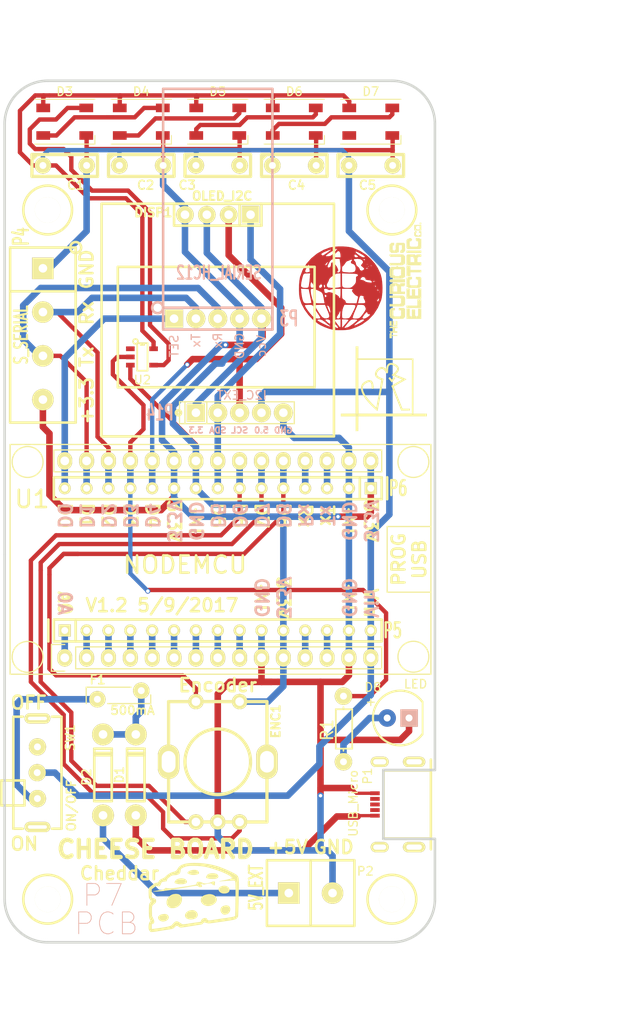
<source format=kicad_pcb>
(kicad_pcb (version 4) (host pcbnew 4.0.5)
  (layers (0 F.Cu signal) (31 B.Cu signal) (34 B.Paste user) (35 F.Paste user) (36 B.SilkS user) (37 F.SilkS user) (38 B.Mask user) (39 F.Mask user) (44 Edge.Cuts user))
  (net 0 "")
  (net 1 "Net-(F1-Pad2)")
  (net 2 /5V_PWR)
  (net 3 GND)
  (net 4 /LED_WS2811)
  (net 5 "Net-(D2-Pad2)")
  (net 6 /SDA)
  (net 7 /SCL)
  (net 8 +3V3)
  (net 9 /HC12_SET)
  (net 10 /SOFT_Rx)
  (net 11 /SOFT_Tx)
  (net 12 /Tx)
  (net 13 /Rx)
  (net 14 "Net-(D1-Pad1)")
  (net 15 "Net-(D1-Pad2)")
  (net 16 "Net-(D3-Pad4)")
  (net 17 /ENC_A)
  (net 18 /ENC_B)
  (net 19 /SW_ENC)
  (net 20 "Net-(P1-Pad6)")
  (net 21 "Net-(D8-Pad2)")
  (net 22 "Net-(P5-Pad13)")
  (net 23 "Net-(P5-Pad12)")
  (net 24 "Net-(P5-Pad1)")
  (net 25 "Net-(P5-Pad2)")
  (net 26 "Net-(P5-Pad3)")
  (net 27 "Net-(P5-Pad4)")
  (net 28 "Net-(P5-Pad5)")
  (net 29 "Net-(P5-Pad6)")
  (net 30 "Net-(P5-Pad7)")
  (net 31 "Net-(P5-Pad8)")
  (net 32 "Net-(P5-Pad9)")
  (net 33 "Net-(D3-Pad2)")
  (net 34 "Net-(D4-Pad2)")
  (net 35 "Net-(D5-Pad2)")
  (net 36 "Net-(D6-Pad2)")
  (net 37 "Net-(D7-Pad2)")
  (net 38 "Net-(P1-Pad2)")
  (net 39 "Net-(P1-Pad3)")
  (net 40 "Net-(P1-Pad4)")
  (net 41 "Net-(P10-Pad1)")
  (net 42 "Net-(U2-Pad1)")
  (module TH_Encoder (layer F.Cu) (at 113.665 116.205)
    (fp_text reference ENC1 (at 6.731 -4.699 90) (layer F.SilkS) (effects (font (thickness 0.25))))
    (fp_text value Encoder (at 0 -8.89) (layer F.SilkS) (effects (font (thickness 0.3048))))
    (pad A thru_hole circle (at -2.54 6.985) (size 1.778 1.778) (drill 1.00076) (layers *.Cu *.Mask F.SilkS) (net 17 /ENC_A))
    (pad B thru_hole circle (at 2.54 6.985) (size 1.778 1.778) (drill 1.00076) (layers *.Cu *.Mask F.SilkS) (net 18 /ENC_B))
    (pad C thru_hole circle (at 0 6.985) (size 1.778 1.778) (drill 1.00076) (layers *.Cu *.Mask F.SilkS) (net 3 GND))
    (pad 1 thru_hole circle (at -2.54 -6.985) (size 1.778 1.778) (drill 1.00076) (layers *.Cu *.Mask F.SilkS) (net 19 /SW_ENC))
    (pad 2 thru_hole circle (at 2.54 -6.985) (size 1.778 1.778) (drill 1.00076) (layers *.Cu *.Mask F.SilkS) (net 8 +3V3))
    (pad 3 thru_hole oval (at 5.715 0) (size 2.5 4.0005) (drill oval 1.6 2.49936) (layers *.Cu *.Mask F.SilkS))
    (pad 4 thru_hole oval (at -5.715 0) (size 2.5 4.0005) (drill oval 1.6 2.49936) (layers *.Cu *.Mask F.SilkS))
  )
  (module REInnovationFootprint:TH_OLED1306 (layer F.Cu) (at 113.665 51.435)
    (fp_text reference DISP1 (at -7.493 1.016) (layer F.SilkS) (effects (font (thickness 0.25))))
    (fp_text value OLED_I2C (at 0.508 -0.889) (layer F.SilkS) (effects (font (thickness 0.25))))
    (pad 1 thru_hole rect (at 3.81 1.27) (size 2.032 2.032) (drill 1.00076) (layers *.Cu *.Mask F.SilkS) (net 6 /SDA))
    (pad 2 thru_hole circle (at 1.27 1.27) (size 2.032 2.032) (drill 1.00076) (layers *.Cu *.Mask F.SilkS) (net 7 /SCL))
    (pad 3 thru_hole circle (at -1.27 1.27) (size 2.032 2.032) (drill 1.00076) (layers *.Cu *.Mask F.SilkS) (net 8 +3V3))
    (pad 4 thru_hole circle (at -3.81 1.27) (size 2.032 2.032) (drill 1.00076) (layers *.Cu *.Mask F.SilkS) (net 3 GND))
    (pad "" np_thru_hole circle (at 11.25 2.25) (size 3 3) (drill 3) (layers *.Cu *.Mask))
    (pad "" np_thru_hole circle (at 11.25 24.75) (size 3 3) (drill 3) (layers *.Cu *.Mask))
    (pad "" np_thru_hole circle (at -11.25 24.75) (size 3 3) (drill 3) (layers *.Cu *.Mask))
    (pad "" np_thru_hole circle (at -11.25 2.25) (size 3 3) (drill 3) (layers *.Cu *.Mask))
  )
  (module REInnovationFootprint:TH_MC36188_FUSE (layer F.Cu) (at 104.775 107.95 180)
    (fp_text reference F1 (at 5.08 1.27 180) (layer F.SilkS) (effects (font (size 1.016 1.016) (thickness 0.2032))))
    (fp_text value 500mA (at 1.016 -2.286 360) (layer F.SilkS) (effects (font (size 1.016 1.016) (thickness 0.2032))))
    (pad 1 thru_hole circle (at 0 0 180) (size 1.905 1.905) (drill 0.8) (layers *.Cu *.Mask F.SilkS) (net 14 "Net-(D1-Pad1)"))
    (pad 2 thru_hole circle (at 5.1 -1 180) (size 1.905 1.905) (drill 0.8) (layers *.Cu *.Mask F.SilkS) (net 1 "Net-(F1-Pad2)"))
  )
  (module REInnovationFootprint:TH_Resistor_1 (layer F.Cu) (at 128.27 112.395 270)
    (fp_text reference R1 (at 0.127 1.905 270) (layer F.SilkS) (effects (font (size 1.397 1.27) (thickness 0.2032))))
    (fp_text value 330 hide)
    (pad 1 thru_hole circle (at -3.81 0 270) (size 2.032 2.032) (drill 0.8001) (layers *.Cu *.Mask F.SilkS) (net 4 /LED_WS2811))
    (pad 2 thru_hole circle (at 3.81 0 270) (size 2.032 2.032) (drill 0.8001) (layers *.Cu *.Mask F.SilkS) (net 21 "Net-(D8-Pad2)"))
  )
  (module REInnovationFootprint:NodeMCU_Amica_R2_FSILK (layer F.Cu) (at 95.885 104.14 90)
    (fp_text reference U1 (at 18.415 -3.81 180) (layer F.SilkS) (effects (font (size 2 2) (thickness 0.3))))
    (fp_text value NODEMCU (at 10.795 13.97 180) (layer F.SilkS) (effects (font (size 2 2) (thickness 0.3))))
    (pad 1 thru_hole oval (at 0 0 90) (size 2.032 1.7272) (drill 1.016) (layers *.Cu *.Mask F.SilkS) (net 24 "Net-(P5-Pad1)"))
    (pad 2 thru_hole oval (at 0 2.54 90) (size 2.032 1.7272) (drill 1.016) (layers *.Cu *.Mask F.SilkS) (net 25 "Net-(P5-Pad2)"))
    (pad 3 thru_hole oval (at 0 5.08 90) (size 2.032 1.7272) (drill 1.016) (layers *.Cu *.Mask F.SilkS) (net 26 "Net-(P5-Pad3)"))
    (pad 4 thru_hole oval (at 0 7.62 90) (size 2.032 1.7272) (drill 1.016) (layers *.Cu *.Mask F.SilkS) (net 27 "Net-(P5-Pad4)"))
    (pad 5 thru_hole oval (at 0 10.16 90) (size 2.032 1.7272) (drill 1.016) (layers *.Cu *.Mask F.SilkS) (net 28 "Net-(P5-Pad5)"))
    (pad 6 thru_hole oval (at 0 12.7 90) (size 2.032 1.7272) (drill 1.016) (layers *.Cu *.Mask F.SilkS) (net 29 "Net-(P5-Pad6)"))
    (pad 7 thru_hole oval (at 0 15.24 90) (size 2.032 1.7272) (drill 1.016) (layers *.Cu *.Mask F.SilkS) (net 30 "Net-(P5-Pad7)"))
    (pad 8 thru_hole oval (at 0 17.78 90) (size 2.032 1.7272) (drill 1.016) (layers *.Cu *.Mask F.SilkS) (net 31 "Net-(P5-Pad8)"))
    (pad 9 thru_hole oval (at 0 20.32 90) (size 2.032 1.7272) (drill 1.016) (layers *.Cu *.Mask F.SilkS) (net 32 "Net-(P5-Pad9)"))
    (pad 10 thru_hole oval (at 0 22.86 90) (size 2.032 1.7272) (drill 1.016) (layers *.Cu *.Mask F.SilkS) (net 3 GND))
    (pad 11 thru_hole oval (at 0 25.4 90) (size 2.032 1.7272) (drill 1.016) (layers *.Cu *.Mask F.SilkS) (net 8 +3V3))
    (pad 12 thru_hole oval (at 0 27.94 90) (size 2.032 1.7272) (drill 1.016) (layers *.Cu *.Mask F.SilkS) (net 23 "Net-(P5-Pad12)"))
    (pad 13 thru_hole oval (at 0 30.48 90) (size 2.032 1.7272) (drill 1.016) (layers *.Cu *.Mask F.SilkS) (net 22 "Net-(P5-Pad13)"))
    (pad 14 thru_hole oval (at 0 33.02 90) (size 2.032 1.7272) (drill 1.016) (layers *.Cu *.Mask F.SilkS) (net 3 GND))
    (pad 15 thru_hole oval (at 0 35.56 90) (size 2.032 1.7272) (drill 1.016) (layers *.Cu *.Mask F.SilkS) (net 2 /5V_PWR))
    (pad 30 thru_hole oval (at 22.86 0 90) (size 2.032 1.7272) (drill 1.016) (layers *.Cu *.Mask F.SilkS) (net 9 /HC12_SET))
    (pad 18 thru_hole oval (at 22.86 30.48 90) (size 2.032 1.7272) (drill 1.016) (layers *.Cu *.Mask F.SilkS) (net 12 /Tx))
    (pad 17 thru_hole oval (at 22.86 33.02 90) (size 2.032 1.7272) (drill 1.016) (layers *.Cu *.Mask F.SilkS) (net 3 GND))
    (pad 19 thru_hole oval (at 22.86 27.94 90) (size 2.032 1.7272) (drill 1.016) (layers *.Cu *.Mask F.SilkS) (net 13 /Rx))
    (pad 25 thru_hole oval (at 22.86 12.7 90) (size 2.032 1.7272) (drill 1.016) (layers *.Cu *.Mask F.SilkS) (net 8 +3V3))
    (pad 26 thru_hole oval (at 22.86 10.16 90) (size 2.032 1.7272) (drill 1.016) (layers *.Cu *.Mask F.SilkS) (net 7 /SCL))
    (pad 24 thru_hole oval (at 22.86 15.24 90) (size 2.032 1.7272) (drill 1.016) (layers *.Cu *.Mask F.SilkS) (net 3 GND))
    (pad 16 thru_hole oval (at 22.86 35.56 90) (size 2.032 1.7272) (drill 1.016) (layers *.Cu *.Mask F.SilkS) (net 8 +3V3))
    (pad 22 thru_hole oval (at 22.86 20.32 90) (size 2.032 1.7272) (drill 1.016) (layers *.Cu *.Mask F.SilkS) (net 18 /ENC_B))
    (pad 23 thru_hole oval (at 22.86 17.78 90) (size 2.032 1.7272) (drill 1.016) (layers *.Cu *.Mask F.SilkS) (net 6 /SDA))
    (pad 21 thru_hole oval (at 22.86 22.86 90) (size 2.032 1.7272) (drill 1.016) (layers *.Cu *.Mask F.SilkS) (net 17 /ENC_A))
    (pad 20 thru_hole oval (at 22.86 25.4 90) (size 2.032 1.7272) (drill 1.016) (layers *.Cu *.Mask F.SilkS) (net 19 /SW_ENC))
    (pad 28 thru_hole oval (at 22.86 5.08 90) (size 2.032 1.7272) (drill 1.016) (layers *.Cu *.Mask F.SilkS) (net 10 /SOFT_Rx))
    (pad 27 thru_hole oval (at 22.86 7.62 90) (size 2.032 1.7272) (drill 1.016) (layers *.Cu *.Mask F.SilkS) (net 4 /LED_WS2811))
    (pad 29 thru_hole oval (at 22.86 2.54 90) (size 2.032 1.7272) (drill 1.016) (layers *.Cu *.Mask F.SilkS) (net 11 /SOFT_Tx))
  )
  (module REInnovationFootprint:TH_Diode_1 (layer F.Cu) (at 104.14 118.11 90)
    (fp_text reference D1 (at 0.381 -1.905 90) (layer F.SilkS) (effects (font (size 1.016 1.016) (thickness 0.2032))))
    (fp_text value 1N5819 hide)
    (pad 1 thru_hole circle (at 5.08 0 90) (size 2.54 2.54) (drill 1.00076) (layers *.Cu *.Mask F.SilkS) (net 14 "Net-(D1-Pad1)"))
    (pad 2 thru_hole circle (at -4.318 0 90) (size 2.54 2.54) (drill 1.00076) (layers *.Cu *.Mask F.SilkS) (net 15 "Net-(D1-Pad2)"))
  )
  (module REInnovationFootprint:SW_SPDT_R_Angle_ALIEX (layer F.Cu) (at 92.71 117.475 180)
    (fp_text reference SW1 (at -3.81 4.064 450) (layer F.SilkS) (effects (font (size 1.016 1.016) (thickness 0.2032))))
    (fp_text value ON/OFF (at -3.937 -3.81 450) (layer F.SilkS) (effects (font (size 1.016 1.016) (thickness 0.2032))))
    (pad 2 thru_hole circle (at 0.0254 0.00762 180) (size 2 2) (drill 0.8) (layers *.Cu *.Mask F.SilkS) (net 2 /5V_PWR))
    (pad 1 thru_hole circle (at 0 -3 180) (size 2 2) (drill 0.8) (layers *.Cu *.Mask F.SilkS) (net 1 "Net-(F1-Pad2)"))
    (pad 3 thru_hole circle (at 0 3 180) (size 2 2) (drill 0.8) (layers *.Cu *.Mask F.SilkS))
    (pad 4 thru_hole oval (at 0 -6.3 180) (size 3 1.2) (drill oval 2.2 0.4) (layers *.Cu *.Mask F.SilkS))
    (pad 5 thru_hole oval (at 0 6.3 180) (size 3 1.2) (drill oval 2.2 0.4) (layers *.Cu *.Mask F.SilkS))
  )
  (module matts_components:C1_wide_lg_pad (layer F.Cu) (at 94.615 46.99)
    (fp_text reference C1 (at 2.54 2.286) (layer F.SilkS) (effects (font (size 1.016 1.016) (thickness 0.2032))))
    (fp_text value 100n hide)
    (pad 1 thru_hole circle (at -1.27 0) (size 1.905 1.905) (drill 0.8001) (layers *.Cu *.Mask F.SilkS) (net 2 /5V_PWR))
    (pad 2 thru_hole circle (at 3.81 0) (size 1.905 1.905) (drill 0.8001) (layers *.Cu *.Mask F.SilkS) (net 3 GND))
  )
  (module matts_components:C1_wide_lg_pad (layer F.Cu) (at 103.505 46.99)
    (fp_text reference C2 (at 1.778 2.286) (layer F.SilkS) (effects (font (size 1.016 1.016) (thickness 0.2032))))
    (fp_text value 100n hide)
    (pad 1 thru_hole circle (at -1.27 0) (size 1.905 1.905) (drill 0.8001) (layers *.Cu *.Mask F.SilkS) (net 2 /5V_PWR))
    (pad 2 thru_hole circle (at 3.81 0) (size 1.905 1.905) (drill 0.8001) (layers *.Cu *.Mask F.SilkS) (net 3 GND))
  )
  (module matts_components:C1_wide_lg_pad (layer F.Cu) (at 112.395 46.99)
    (fp_text reference C3 (at -2.286 2.286) (layer F.SilkS) (effects (font (size 1.016 1.016) (thickness 0.2032))))
    (fp_text value 100n hide)
    (pad 1 thru_hole circle (at -1.27 0) (size 1.905 1.905) (drill 0.8001) (layers *.Cu *.Mask F.SilkS) (net 2 /5V_PWR))
    (pad 2 thru_hole circle (at 3.81 0) (size 1.905 1.905) (drill 0.8001) (layers *.Cu *.Mask F.SilkS) (net 3 GND))
  )
  (module matts_components:C1_wide_lg_pad (layer F.Cu) (at 121.285 46.99)
    (fp_text reference C4 (at 1.524 2.286) (layer F.SilkS) (effects (font (size 1.016 1.016) (thickness 0.2032))))
    (fp_text value 100n hide)
    (pad 1 thru_hole circle (at -1.27 0) (size 1.905 1.905) (drill 0.8001) (layers *.Cu *.Mask F.SilkS) (net 2 /5V_PWR))
    (pad 2 thru_hole circle (at 3.81 0) (size 1.905 1.905) (drill 0.8001) (layers *.Cu *.Mask F.SilkS) (net 3 GND))
  )
  (module matts_components:C1_wide_lg_pad (layer F.Cu) (at 130.175 46.99)
    (fp_text reference C5 (at 0.889 2.286) (layer F.SilkS) (effects (font (size 1.016 1.016) (thickness 0.2032))))
    (fp_text value 100n hide)
    (pad 1 thru_hole circle (at -1.27 0) (size 1.905 1.905) (drill 0.8001) (layers *.Cu *.Mask F.SilkS) (net 2 /5V_PWR))
    (pad 2 thru_hole circle (at 3.81 0) (size 1.905 1.905) (drill 0.8001) (layers *.Cu *.Mask F.SilkS) (net 3 GND))
  )
  (module REInnovationFootprint:TH_Diode_1 (layer F.Cu) (at 100.33 118.11 90)
    (fp_text reference D2 (at 0.127 -1.905 90) (layer F.SilkS) (effects (font (size 1.016 1.016) (thickness 0.2032))))
    (fp_text value 1N5819 hide)
    (pad 1 thru_hole circle (at 5.08 0 90) (size 2.54 2.54) (drill 1.00076) (layers *.Cu *.Mask F.SilkS) (net 14 "Net-(D1-Pad1)"))
    (pad 2 thru_hole circle (at -4.318 0 90) (size 2.54 2.54) (drill 1.00076) (layers *.Cu *.Mask F.SilkS) (net 5 "Net-(D2-Pad2)"))
  )
  (module REInnovationFootprint:USB_Micro-B_MOLEX_47642-0001 (layer F.Cu) (at 138.43 126.111 90)
    (fp_text reference P1 (at 8.255 -7.366 90) (layer F.SilkS))
    (fp_text value USB_Micro (at 5.08 -9.017 90) (layer F.SilkS))
    (pad 1 smd rect (at 3.65 -6.5 180) (size 1.1 0.45) (layers F.Cu F.Paste F.Mask) (net 15 "Net-(D1-Pad2)"))
    (pad 2 smd rect (at 4.3 -6.5 180) (size 1.1 0.45) (layers F.Cu F.Paste F.Mask) (net 38 "Net-(P1-Pad2)"))
    (pad 3 smd rect (at 4.95 -6.5 180) (size 1.1 0.45) (layers F.Cu F.Paste F.Mask) (net 39 "Net-(P1-Pad3)"))
    (pad 4 smd rect (at 5.6 -6.5 180) (size 1.1 0.45) (layers F.Cu F.Paste F.Mask) (net 40 "Net-(P1-Pad4)"))
    (pad 5 smd rect (at 6.25 -6.5 180) (size 1.1 0.45) (layers F.Cu F.Paste F.Mask) (net 3 GND))
    (pad 6 thru_hole oval (at 0 -5.95 180) (size 2.1 1.2) (drill oval 1.5 0.6) (layers *.Cu *.Mask F.SilkS) (net 20 "Net-(P1-Pad6)"))
    (pad 6 thru_hole oval (at 9.9 -5.95 180) (size 2.1 1.2) (drill oval 1.5 0.6) (layers *.Cu *.Mask F.SilkS) (net 20 "Net-(P1-Pad6)"))
    (pad 6 thru_hole oval (at 0 -1.95 180) (size 2.6 1.2) (drill oval 1.8 0.6) (layers *.Cu *.Mask F.SilkS) (net 20 "Net-(P1-Pad6)"))
    (pad 6 thru_hole oval (at 9.9 -1.95 180) (size 2.6 1.2) (drill oval 1.8 0.6) (layers *.Cu *.Mask F.SilkS) (net 20 "Net-(P1-Pad6)"))
  )
  (module REInnovationFootprint:TH_SIL_5_HC12 (layer F.Cu) (at 113.665 64.77)
    (fp_text reference P3 (at 8.255 0) (layer B.SilkS) (effects (font (size 1.72974 1.08712) (thickness 0.27178)) (justify mirror)))
    (fp_text value SERIAL_HC12 (at 0.127 -5.334) (layer B.SilkS) (effects (font (size 1.524 1.016) (thickness 0.254)) (justify mirror)))
    (fp_text user Vcc (at 5.08 3.175 90) (layer B.SilkS) (effects (justify mirror)))
    (fp_text user GND (at 2.54 3.175 90) (layer B.SilkS) (effects (justify mirror)))
    (fp_text user Rx (at 0 2.54 90) (layer B.SilkS) (effects (justify mirror)))
    (fp_text user Tx (at -2.54 2.54 90) (layer B.SilkS) (effects (justify mirror)))
    (fp_text user SET (at -5.08 3.175 270) (layer B.SilkS) (effects (justify mirror)))
    (pad 1 thru_hole rect (at -5.08 0) (size 2.10058 2.10058) (drill 1.00076) (layers *.Cu *.Mask F.SilkS) (net 9 /HC12_SET))
    (pad 2 thru_hole circle (at -2.54 0) (size 2.19964 2.19964) (drill 1.00076) (layers *.Cu *.Mask F.SilkS) (net 10 /SOFT_Rx))
    (pad 3 thru_hole circle (at 0 0) (size 2.19964 2.19964) (drill 1.00076) (layers *.Cu *.Mask F.SilkS) (net 11 /SOFT_Tx))
    (pad 4 thru_hole circle (at 2.54 0) (size 2.19964 2.19964) (drill 1.00076) (layers *.Cu *.Mask F.SilkS) (net 3 GND))
    (pad 5 thru_hole circle (at 5.08 0) (size 2.19964 2.19964) (drill 1.00076) (layers *.Cu *.Mask F.SilkS) (net 8 +3V3))
  )
  (module matts_components:SIL-4_screw_terminals (layer F.Cu) (at 93.345 59.055 270)
    (fp_text reference P4 (at -3.81 2.54 270) (layer F.SilkS) (effects (font (size 1.73482 1.08712) (thickness 0.27178))))
    (fp_text value S_SERIAL (at 7.62 2.54 270) (layer F.SilkS) (effects (font (size 1.524 1.016) (thickness 0.254))))
    (pad 1 thru_hole rect (at -0.127 0 270) (size 2.49936 2.49936) (drill 1.00076) (layers *.Cu *.Mask F.SilkS) (net 3 GND))
    (pad 2 thru_hole circle (at 4.953 0 270) (size 2.49936 2.49936) (drill 1.00076) (layers *.Cu *.Mask F.SilkS) (net 10 /SOFT_Rx))
    (pad 3 thru_hole circle (at 10.033 0 270) (size 2.49936 2.49936) (drill 1.00076) (layers *.Cu *.Mask F.SilkS) (net 11 /SOFT_Tx))
    (pad 4 thru_hole circle (at 15.113 0 270) (size 2.49936 2.49936) (drill 1.00076) (layers *.Cu *.Mask F.SilkS) (net 8 +3V3))
  )
  (module REInnovationFootprint:TH_SIL-15 (layer F.Cu) (at 107.315 100.965)
    (fp_text reference P5 (at 26.67 0) (layer F.SilkS) (effects (font (size 1.72974 1.08712) (thickness 0.27178))))
    (fp_text value NODEMCU_1 hide)
    (pad 15 thru_hole circle (at 24.13 0) (size 1.397 1.397) (drill 0.8001) (layers *.Cu *.Mask F.SilkS) (net 2 /5V_PWR))
    (pad 14 thru_hole circle (at 21.59 0) (size 1.397 1.397) (drill 0.8001) (layers *.Cu *.Mask F.SilkS) (net 3 GND))
    (pad 13 thru_hole circle (at 19.05 0) (size 1.397 1.397) (drill 0.8001) (layers *.Cu *.Mask F.SilkS) (net 22 "Net-(P5-Pad13)"))
    (pad 12 thru_hole circle (at 16.51 0) (size 1.397 1.397) (drill 0.8001) (layers *.Cu *.Mask F.SilkS) (net 23 "Net-(P5-Pad12)"))
    (pad 11 thru_hole circle (at 13.97 0) (size 1.397 1.397) (drill 0.8001) (layers *.Cu *.Mask F.SilkS) (net 8 +3V3))
    (pad 1 thru_hole rect (at -11.43 0) (size 1.397 1.397) (drill 0.8001) (layers *.Cu *.Mask F.SilkS) (net 24 "Net-(P5-Pad1)"))
    (pad 2 thru_hole circle (at -8.89 0) (size 1.397 1.397) (drill 0.8001) (layers *.Cu *.Mask F.SilkS) (net 25 "Net-(P5-Pad2)"))
    (pad 3 thru_hole circle (at -6.35 0) (size 1.397 1.397) (drill 0.8001) (layers *.Cu *.Mask F.SilkS) (net 26 "Net-(P5-Pad3)"))
    (pad 4 thru_hole circle (at -3.81 0) (size 1.397 1.397) (drill 0.8001) (layers *.Cu *.Mask F.SilkS) (net 27 "Net-(P5-Pad4)"))
    (pad 5 thru_hole circle (at -1.27 0) (size 1.397 1.397) (drill 0.8001) (layers *.Cu *.Mask F.SilkS) (net 28 "Net-(P5-Pad5)"))
    (pad 6 thru_hole circle (at 1.27 0) (size 1.397 1.397) (drill 0.8001) (layers *.Cu *.Mask F.SilkS) (net 29 "Net-(P5-Pad6)"))
    (pad 7 thru_hole circle (at 3.81 0) (size 1.397 1.397) (drill 0.8001) (layers *.Cu *.Mask F.SilkS) (net 30 "Net-(P5-Pad7)"))
    (pad 8 thru_hole circle (at 6.35 0) (size 1.397 1.397) (drill 0.8001) (layers *.Cu *.Mask F.SilkS) (net 31 "Net-(P5-Pad8)"))
    (pad 9 thru_hole circle (at 8.89 0) (size 1.397 1.397) (drill 0.8001) (layers *.Cu *.Mask F.SilkS) (net 32 "Net-(P5-Pad9)"))
    (pad 10 thru_hole circle (at 11.43 0) (size 1.397 1.397) (drill 0.8001) (layers *.Cu *.Mask F.SilkS) (net 3 GND))
  )
  (module REInnovationFootprint:TH_SIL-15 (layer F.Cu) (at 120.015 84.455 180)
    (fp_text reference P6 (at -14.605 0 180) (layer F.SilkS) (effects (font (size 1.72974 1.08712) (thickness 0.27178))))
    (fp_text value NODEMCU_2 hide)
    (pad 15 thru_hole circle (at 24.13 0 180) (size 1.397 1.397) (drill 0.8001) (layers *.Cu *.Mask F.SilkS) (net 9 /HC12_SET))
    (pad 14 thru_hole circle (at 21.59 0 180) (size 1.397 1.397) (drill 0.8001) (layers *.Cu *.Mask F.SilkS) (net 11 /SOFT_Tx))
    (pad 13 thru_hole circle (at 19.05 0 180) (size 1.397 1.397) (drill 0.8001) (layers *.Cu *.Mask F.SilkS) (net 10 /SOFT_Rx))
    (pad 12 thru_hole circle (at 16.51 0 180) (size 1.397 1.397) (drill 0.8001) (layers *.Cu *.Mask F.SilkS) (net 4 /LED_WS2811))
    (pad 11 thru_hole circle (at 13.97 0 180) (size 1.397 1.397) (drill 0.8001) (layers *.Cu *.Mask F.SilkS) (net 7 /SCL))
    (pad 1 thru_hole rect (at -11.43 0 180) (size 1.397 1.397) (drill 0.8001) (layers *.Cu *.Mask F.SilkS) (net 8 +3V3))
    (pad 2 thru_hole circle (at -8.89 0 180) (size 1.397 1.397) (drill 0.8001) (layers *.Cu *.Mask F.SilkS) (net 3 GND))
    (pad 3 thru_hole circle (at -6.35 0 180) (size 1.397 1.397) (drill 0.8001) (layers *.Cu *.Mask F.SilkS) (net 12 /Tx))
    (pad 4 thru_hole circle (at -3.81 0 180) (size 1.397 1.397) (drill 0.8001) (layers *.Cu *.Mask F.SilkS) (net 13 /Rx))
    (pad 5 thru_hole circle (at -1.27 0 180) (size 1.397 1.397) (drill 0.8001) (layers *.Cu *.Mask F.SilkS) (net 19 /SW_ENC))
    (pad 6 thru_hole circle (at 1.27 0 180) (size 1.397 1.397) (drill 0.8001) (layers *.Cu *.Mask F.SilkS) (net 17 /ENC_A))
    (pad 7 thru_hole circle (at 3.81 0 180) (size 1.397 1.397) (drill 0.8001) (layers *.Cu *.Mask F.SilkS) (net 18 /ENC_B))
    (pad 8 thru_hole circle (at 6.35 0 180) (size 1.397 1.397) (drill 0.8001) (layers *.Cu *.Mask F.SilkS) (net 6 /SDA))
    (pad 9 thru_hole circle (at 8.89 0 180) (size 1.397 1.397) (drill 0.8001) (layers *.Cu *.Mask F.SilkS) (net 3 GND))
    (pad 10 thru_hole circle (at 11.43 0 180) (size 1.397 1.397) (drill 0.8001) (layers *.Cu *.Mask F.SilkS) (net 8 +3V3))
  )
  (module REInnovationFootprint:PCB_50x100mm_RJWIFI (layer F.Cu) (at 88.9 137.16)
    (fp_text reference P7 (at 11.43 -5.461 180) (layer B.SilkS) (effects (font (size 2.54 2.54) (thickness 0.0889))))
    (fp_text value PCB (at 11.811 -2.159) (layer B.SilkS) (effects (font (size 2.54 2.54) (thickness 0.0889))))
    (fp_line (start 50 -20) (end 50 -45) (layer Edge.Cuts) (width 0.3))
    (fp_line (start 50 -12) (end 50 -5) (layer Edge.Cuts) (width 0.3))
    (fp_line (start 50 -12) (end 44 -12) (layer Edge.Cuts) (width 0.3))
    (fp_line (start 44 -12) (end 44 -20) (layer Edge.Cuts) (width 0.3))
    (fp_line (start 44 -20) (end 50 -20) (layer Edge.Cuts) (width 0.3))
    (fp_line (start 50 -95) (end 50 -45) (layer Edge.Cuts) (width 0.3))
    (fp_line (start 0 -95) (end 0 -45) (layer Edge.Cuts) (width 0.3))
    (fp_line (start 45 -100) (end 5 -100) (layer Edge.Cuts) (width 0.3))
    (fp_line (start 5 0) (end 45 0) (layer Edge.Cuts) (width 0.3))
    (fp_line (start 0 -45) (end 0 -5) (layer Edge.Cuts) (width 0.3))
    (fp_arc (start 5 -5) (end 5 0) (angle 90) (layer Edge.Cuts) (width 0.3))
    (fp_arc (start 45 -5) (end 50 -5) (angle 90) (layer Edge.Cuts) (width 0.3))
    (fp_arc (start 45 -95) (end 45 -100) (angle 90) (layer Edge.Cuts) (width 0.3))
    (fp_arc (start 5 -95) (end 0 -95) (angle 90) (layer Edge.Cuts) (width 0.3))
    (pad "" np_thru_hole circle (at 45 -85) (size 3 3) (drill 3) (layers *.Cu *.Mask F.SilkS))
    (pad "" np_thru_hole circle (at 5 -85) (size 3 3) (drill 3) (layers *.Cu *.Mask F.SilkS))
    (pad "" np_thru_hole circle (at 5 -5) (size 3 3) (drill 3) (layers *.Cu *.Mask F.SilkS))
    (pad "" np_thru_hole circle (at 45 -5) (size 3 3) (drill 3) (layers *.Cu *.Mask F.SilkS))
  )
  (module CuriousElectric3:CEC_Globe_10mm_FCU (layer F.Cu) (at 128.016 61.214)
    (fp_text reference P10 hide)
    (fp_text value LOGO1 hide)
    (fp_poly (pts (xy 0.230092 -4.822486) (xy 0.792908 -4.777429) (xy 1.267235 -4.688807) (xy 1.340706 -4.667542) (xy 2.157578 -4.328299) (xy 2.906366 -3.848203) (xy 3.436072 -3.372761) (xy 3.895128 -2.844669) (xy 4.241358 -2.322757) (xy 4.515748 -1.74238) (xy 4.585661 -1.559568) (xy 4.694208 -1.134991) (xy 4.761463 -0.602005) (xy 4.786724 -0.016601) (xy 4.769288 0.565234) (xy 4.708454 1.087509) (xy 4.623268 1.439333) (xy 4.251352 2.306343) (xy 3.758998 3.062829) (xy 3.153541 3.700203) (xy 2.442312 4.209878) (xy 2.105847 4.38761) (xy 1.727794 4.554278) (xy 1.34502 4.700212) (xy 1.024552 4.800467) (xy 0.948332 4.818372) (xy 0.590714 4.866643) (xy 0.138732 4.892962) (xy -0.333906 4.896002) (xy -0.753492 4.874436) (xy -0.931334 4.852214) (xy -1.397145 4.736206) (xy -1.917506 4.546832) (xy -2.413737 4.315238) (xy -2.683125 4.158727) (xy -3.248282 3.720076) (xy -2.794 3.720076) (xy -2.723212 3.790508) (xy -2.53362 3.912526) (xy -2.259386 4.065085) (xy -2.106863 4.14341) (xy -1.742472 4.318379) (xy -1.472379 4.43308) (xy -1.310818 4.483029) (xy -1.27202 4.463741) (xy -1.359776 4.378807) (xy -1.496247 4.269403) (xy -1.575752 4.204574) (xy -0.925894 4.204574) (xy -0.868603 4.341183) (xy -0.758702 4.471368) (xy -0.609663 4.59228) (xy -0.467889 4.653021) (xy -0.378369 4.643933) (xy -0.379736 4.628244) (xy 0.360409 4.628244) (xy 0.402507 4.646152) (xy 0.458702 4.628721) (xy 0.645329 4.57917) (xy 0.718202 4.572) (xy 0.837498 4.523907) (xy 1.038601 4.39991) (xy 1.149702 4.322145) (xy 1.511351 4.322145) (xy 1.525151 4.349207) (xy 1.637851 4.317468) (xy 1.651 4.312843) (xy 1.883427 4.213103) (xy 2.163446 4.070201) (xy 2.260457 4.015442) (xy 2.536293 3.839645) (xy 2.657844 3.722174) (xy 2.62795 3.658231) (xy 2.481496 3.642408) (xy 2.241535 3.713368) (xy 1.932671 3.926596) (xy 1.820333 4.023471) (xy 1.606421 4.219246) (xy 1.511351 4.322145) (xy 1.149702 4.322145) (xy 1.280736 4.230428) (xy 1.523129 4.045881) (xy 1.725007 3.876688) (xy 1.845597 3.75327) (xy 1.862666 3.718156) (xy 1.787142 3.671251) (xy 1.59677 3.643708) (xy 1.49492 3.640666) (xy 1.278331 3.653337) (xy 1.118297 3.712591) (xy 0.959046 3.850292) (xy 0.790977 4.042833) (xy 0.545686 4.34238) (xy 0.405149 4.532252) (xy 0.360409 4.628244) (xy -0.379736 4.628244) (xy -0.386092 4.555355) (xy -0.388599 4.550833) (xy -0.522195 4.362262) (xy -0.678414 4.202742) (xy -0.811145 4.1151) (xy -0.858974 4.113939) (xy -0.925894 4.204574) (xy -1.575752 4.204574) (xy -1.708706 4.096164) (xy -1.876496 3.958166) (xy -2.206667 3.73062) (xy -2.309146 3.698) (xy -1.862667 3.698) (xy -1.803602 3.782977) (xy -1.655475 3.927497) (xy -1.5875 3.986346) (xy -1.414453 4.124509) (xy -1.329278 4.158385) (xy -1.293209 4.096099) (xy -1.284472 4.049855) (xy -1.283022 3.848459) (xy -1.302981 3.761509) (xy -1.341434 3.73225) (xy -0.762 3.73225) (xy -0.714139 3.832567) (xy -0.594367 4.010218) (xy -0.4384 4.218718) (xy -0.281957 4.411577) (xy -0.160755 4.542309) (xy -0.116801 4.572) (xy -0.099198 4.495397) (xy -0.087526 4.297806) (xy -0.084667 4.106333) (xy -0.084667 3.640666) (xy 0.084666 3.640666) (xy 0.08846 4.1275) (xy 0.092254 4.614333) (xy 0.46946 4.193318) (xy 0.660959 3.970404) (xy 0.796726 3.794853) (xy 0.846666 3.706485) (xy 0.770958 3.667224) (xy 0.579417 3.64368) (xy 0.465666 3.640666) (xy 0.084666 3.640666) (xy -0.084667 3.640666) (xy -0.423334 3.640666) (xy -0.635502 3.660978) (xy -0.753397 3.711741) (xy -0.762 3.73225) (xy -1.341434 3.73225) (xy -1.395683 3.690973) (xy -1.564703 3.647262) (xy -1.740008 3.638322) (xy -1.85156 3.6721) (xy -1.862667 3.698) (xy -2.309146 3.698) (xy -2.483261 3.642578) (xy -2.527554 3.640666) (xy -2.711226 3.662681) (xy -2.793663 3.716072) (xy -2.794 3.720076) (xy -3.248282 3.720076) (xy -3.271249 3.70225) (xy -3.808462 3.140101) (xy -4.266574 2.510811) (xy -4.533182 2.010833) (xy -4.233017 2.010833) (xy -4.178475 2.167604) (xy -4.035999 2.406897) (xy -3.835777 2.689908) (xy -3.608002 2.977831) (xy -3.382863 3.231864) (xy -3.19055 3.4132) (xy -3.093657 3.475295) (xy -2.877856 3.531343) (xy -2.644773 3.549618) (xy -2.469682 3.526676) (xy -2.433093 3.505536) (xy -2.450226 3.415203) (xy -2.546802 3.233849) (xy -2.660337 3.061036) (xy -2.862439 2.758868) (xy -3.059312 2.440438) (xy -3.135613 2.307166) (xy -3.259051 2.098237) (xy -3.298381 2.061206) (xy -3.048 2.061206) (xy -3.001712 2.192223) (xy -2.880931 2.416216) (xy -2.712787 2.690711) (xy -2.524409 2.973234) (xy -2.342926 3.221309) (xy -2.201563 3.386437) (xy -1.986062 3.511331) (xy -1.732527 3.538716) (xy -1.508553 3.46951) (xy -1.42444 3.387458) (xy -0.532896 3.387458) (xy -0.511343 3.511738) (xy -0.352842 3.544441) (xy -0.309511 3.539675) (xy -0.206551 3.505842) (xy -0.14874 3.414156) (xy -0.120758 3.223487) (xy -0.113644 3.070894) (xy 0.083959 3.070894) (xy 0.092513 3.331435) (xy 0.135354 3.491521) (xy 0.145014 3.503458) (xy 0.259335 3.53471) (xy 0.477659 3.543366) (xy 0.589514 3.538736) (xy 0.783913 3.52087) (xy 0.91714 3.476714) (xy 0.951281 3.444301) (xy 1.318578 3.444301) (xy 1.320044 3.483809) (xy 1.434653 3.536221) (xy 1.645996 3.553824) (xy 1.885244 3.537356) (xy 2.08357 3.487555) (xy 2.109152 3.475354) (xy 2.120173 3.465684) (xy 2.455333 3.465684) (xy 2.518506 3.549278) (xy 2.677627 3.550474) (xy 2.887094 3.479816) (xy 3.101308 3.347846) (xy 3.152497 3.304481) (xy 3.315695 3.149825) (xy 3.361178 3.075912) (xy 3.299169 3.05255) (xy 3.2385 3.050481) (xy 3.084796 3.000149) (xy 3.048 2.921) (xy 3.007622 2.808251) (xy 2.973382 2.794) (xy 2.877714 2.857553) (xy 2.736618 3.012111) (xy 2.591861 3.20352) (xy 2.485208 3.377626) (xy 2.455333 3.465684) (xy 2.120173 3.465684) (xy 2.23373 3.366049) (xy 2.409473 3.160803) (xy 2.579079 2.931187) (xy 2.748036 2.677322) (xy 2.831541 2.5109) (xy 2.843586 2.382307) (xy 2.798162 2.241929) (xy 2.783158 2.207499) (xy 2.693082 2.04516) (xy 2.573344 1.969303) (xy 2.362513 1.94792) (xy 2.283866 1.947333) (xy 1.899735 1.947333) (xy 1.587582 2.679476) (xy 1.456422 3.004776) (xy 1.362527 3.272427) (xy 1.318578 3.444301) (xy 0.951281 3.444301) (xy 1.025305 3.374026) (xy 1.144516 3.180561) (xy 1.281327 2.921) (xy 1.48774 2.521428) (xy 1.613378 2.249383) (xy 1.652113 2.080399) (xy 1.597813 1.990009) (xy 1.44435 1.953746) (xy 1.185594 1.947145) (xy 1.037386 1.947333) (xy 0.370029 1.947333) (xy 0.227347 2.246539) (xy 0.155045 2.472446) (xy 0.106026 2.765898) (xy 0.083959 3.070894) (xy -0.113644 3.070894) (xy -0.110603 3.005666) (xy -0.106733 2.744351) (xy -0.118935 2.63965) (xy -0.149645 2.679394) (xy -0.166175 2.728232) (xy -0.273097 2.964785) (xy -0.414252 3.182684) (xy -0.532896 3.387458) (xy -1.42444 3.387458) (xy -1.412439 3.375752) (xy -1.386179 3.256523) (xy -1.425702 3.06063) (xy -1.538351 2.758926) (xy -1.609701 2.592585) (xy -1.825083 2.102487) (xy -1.628362 2.102487) (xy -1.574817 2.282258) (xy -1.50802 2.455333) (xy -1.40357 2.689592) (xy -1.321413 2.843327) (xy -1.289898 2.878666) (xy -1.273971 2.804178) (xy -1.284178 2.617131) (xy -1.294766 2.527797) (xy -1.378806 2.222201) (xy -1.52516 2.058202) (xy -1.625142 2.033296) (xy -1.628362 2.102487) (xy -1.825083 2.102487) (xy -1.893269 1.947333) (xy -2.470635 1.947333) (xy -2.798436 1.957141) (xy -2.982402 1.989791) (xy -3.04707 2.050124) (xy -3.048 2.061206) (xy -3.298381 2.061206) (xy -3.372433 1.991485) (xy -3.537482 1.952617) (xy -3.783258 1.947333) (xy -4.03334 1.958116) (xy -4.196617 1.985844) (xy -4.233017 2.010833) (xy -4.533182 2.010833) (xy -4.617393 1.852911) (xy -4.827654 1.227619) (xy -4.890095 0.802586) (xy -4.917063 0.277066) (xy -4.91441 0.074936) (xy -4.682062 0.074936) (xy -4.630807 0.623818) (xy -4.58302 0.968185) (xy -4.51233 1.29212) (xy -4.453096 1.47535) (xy -4.366988 1.654808) (xy -4.266794 1.744198) (xy -4.09524 1.774802) (xy -3.898987 1.778) (xy -3.656373 1.76669) (xy -3.502075 1.737743) (xy -3.472756 1.7145) (xy -3.489326 1.608371) (xy -3.532525 1.377223) (xy -3.594605 1.061846) (xy -3.629553 0.889) (xy -3.736269 0.365632) (xy -3.556 0.365632) (xy -3.530312 0.614517) (xy -3.464284 0.931058) (xy -3.374469 1.254782) (xy -3.277422 1.525221) (xy -3.198328 1.672166) (xy -3.057982 1.734824) (xy -2.776495 1.770851) (xy -2.525797 1.778) (xy -1.939661 1.778) (xy -1.995403 1.4605) (xy -2.065894 1.065064) (xy -2.102674 0.899609) (xy -1.933783 0.899609) (xy -1.912685 0.984172) (xy -1.843164 1.077889) (xy -1.758292 1.030157) (xy -1.704002 0.914571) (xy -1.759656 0.831144) (xy -1.872452 0.771611) (xy -1.914049 0.785159) (xy -1.933783 0.899609) (xy -2.102674 0.899609) (xy -2.124913 0.799573) (xy -2.192658 0.627628) (xy -2.289327 0.51283) (xy -2.435121 0.418778) (xy -2.628192 0.320195) (xy -2.871408 0.213542) (xy -2.000616 0.213542) (xy -1.998726 0.218591) (xy -1.952165 0.409319) (xy -1.947334 0.472591) (xy -1.882083 0.567612) (xy -1.735393 0.588175) (xy -1.580863 0.527928) (xy -1.556227 0.506359) (xy -1.42059 0.476619) (xy -1.190395 0.519108) (xy -0.912998 0.613678) (xy -0.635755 0.740174) (xy -0.40602 0.878447) (xy -0.27115 1.008345) (xy -0.254 1.060507) (xy -0.207591 1.171776) (xy -0.169334 1.185333) (xy -0.12509 1.107575) (xy -0.094799 0.901593) (xy -0.084667 0.635) (xy -0.084667 0.084666) (xy 0.084666 0.084666) (xy 0.084666 0.663743) (xy 0.089747 0.974021) (xy 0.114192 1.159117) (xy 0.171807 1.263089) (xy 0.276398 1.329998) (xy 0.296333 1.339261) (xy 0.46271 1.47561) (xy 0.508 1.606851) (xy 0.522654 1.694536) (xy 0.590116 1.745871) (xy 0.745633 1.770417) (xy 1.024454 1.777735) (xy 1.13902 1.778) (xy 1.77004 1.778) (xy 1.951566 1.778) (xy 2.372783 1.778) (xy 2.629064 1.767447) (xy 2.755623 1.726633) (xy 2.791259 1.641819) (xy 2.791307 1.629833) (xy 2.739589 1.444154) (xy 2.738311 1.441966) (xy 4.179576 1.441966) (xy 4.195587 1.531422) (xy 4.263019 1.579315) (xy 4.326654 1.476046) (xy 4.382656 1.30334) (xy 4.396715 1.23069) (xy 4.353366 1.216681) (xy 4.265648 1.286065) (xy 4.179576 1.441966) (xy 2.738311 1.441966) (xy 2.670122 1.32527) (xy 2.594044 1.154595) (xy 2.597206 1.050103) (xy 2.59231 0.946321) (xy 2.555983 0.931333) (xy 2.404556 0.903039) (xy 2.336434 0.880393) (xy 2.221888 0.895175) (xy 2.124584 1.045454) (xy 2.036949 1.34543) (xy 2.004375 1.502833) (xy 1.951566 1.778) (xy 1.77004 1.778) (xy 1.858214 1.4605) (xy 1.928803 1.168854) (xy 1.936439 1.004738) (xy 1.879453 0.937828) (xy 1.829104 0.931333) (xy 1.712553 0.87854) (xy 1.559361 0.747777) (xy 1.405443 0.580465) (xy 1.321536 0.465666) (xy 4.402666 0.465666) (xy 4.445 0.508) (xy 4.487333 0.465666) (xy 4.445 0.423333) (xy 4.402666 0.465666) (xy 1.321536 0.465666) (xy 1.286715 0.418025) (xy 1.239091 0.301879) (xy 1.257624 0.272236) (xy 1.313721 0.221203) (xy 4.17777 0.221203) (xy 4.191 0.254) (xy 4.267082 0.33477) (xy 4.280663 0.338666) (xy 4.317029 0.27316) (xy 4.318 0.254) (xy 4.252912 0.172586) (xy 4.228336 0.169333) (xy 4.17777 0.221203) (xy 1.313721 0.221203) (xy 1.349655 0.188513) (xy 1.354666 0.162277) (xy 1.276925 0.125181) (xy 1.071281 0.097739) (xy 0.779101 0.085006) (xy 0.719666 0.084666) (xy 0.084666 0.084666) (xy -0.084667 0.084666) (xy -0.54635 0.084666) (xy -0.852468 0.102932) (xy -1.121586 0.149528) (xy -1.22598 0.18397) (xy -1.414542 0.240896) (xy -1.53692 0.190107) (xy -1.54323 0.18397) (xy -1.701912 0.105241) (xy -1.846326 0.084666) (xy -1.992198 0.113332) (xy -2.000616 0.213542) (xy -2.871408 0.213542) (xy -2.917827 0.193187) (xy -3.183413 0.108077) (xy -3.323167 0.086085) (xy -3.482885 0.105406) (xy -3.546115 0.200351) (xy -3.556 0.365632) (xy -3.736269 0.365632) (xy -3.784928 0.127) (xy -4.682062 0.074936) (xy -4.91441 0.074936) (xy -4.909689 -0.284567) (xy -4.907376 -0.314964) (xy -4.681503 -0.314964) (xy -4.660606 -0.166865) (xy -4.581808 -0.085116) (xy -4.580939 -0.084606) (xy -4.377671 -0.022376) (xy -4.11845 -0.006567) (xy -3.894791 -0.039618) (xy -3.839175 -0.064844) (xy -3.789619 -0.172407) (xy -3.773305 -0.249236) (xy -3.582063 -0.249236) (xy -3.54219 -0.111114) (xy -3.538127 -0.105834) (xy -3.420725 -0.010267) (xy -3.284267 -0.042763) (xy -3.227997 -0.076285) (xy -3.164121 -0.151943) (xy -3.179166 -0.21732) (xy -2.577938 -0.21732) (xy -2.577195 -0.073945) (xy -2.556087 -0.04431) (xy -2.423416 -0.006362) (xy -2.287625 -0.085643) (xy -2.216612 -0.233699) (xy -2.222485 -0.285045) (xy -2.032 -0.285045) (xy -2.005539 -0.117697) (xy -1.947481 -0.03885) (xy -1.889814 -0.080602) (xy -1.875894 -0.128398) (xy -1.898878 -0.303163) (xy -1.939394 -0.364594) (xy -2.012271 -0.395348) (xy -2.032 -0.285045) (xy -2.222485 -0.285045) (xy -2.233743 -0.383468) (xy -2.313418 -0.409684) (xy -1.68182 -0.409684) (xy -1.677171 -0.207141) (xy -1.560256 -0.077755) (xy -1.502834 -0.059753) (xy -1.149355 -0.019873) (xy -0.747014 -0.014651) (xy -0.394933 -0.044676) (xy -0.34925 -0.052917) (xy -0.084667 -0.105834) (xy -0.084667 -0.898073) (xy 0.084666 -0.898073) (xy 0.086744 -0.507216) (xy 0.108852 -0.254636) (xy 0.174797 -0.109318) (xy 0.30839 -0.040249) (xy 0.533439 -0.016414) (xy 0.766557 -0.009822) (xy 1.025354 -0.021249) (xy 1.212578 -0.094911) (xy 1.344176 -0.209102) (xy 3.916564 -0.209102) (xy 3.933518 -0.174967) (xy 4.014251 -0.087434) (xy 4.029102 -0.149163) (xy 4.008549 -0.215319) (xy 3.946216 -0.307525) (xy 3.918062 -0.305618) (xy 3.916564 -0.209102) (xy 1.344176 -0.209102) (xy 1.408952 -0.265309) (xy 1.44106 -0.298116) (xy 1.622003 -0.509478) (xy 1.70228 -0.698122) (xy 1.714678 -0.945562) (xy 1.713501 -0.975449) (xy 1.714299 -1.03373) (xy 2.218321 -1.03373) (xy 2.2421 -0.952774) (xy 2.402633 -0.931334) (xy 2.603176 -0.882818) (xy 2.70541 -0.809061) (xy 2.85349 -0.718846) (xy 3.083092 -0.658314) (xy 3.117944 -0.65396) (xy 3.341011 -0.628692) (xy 3.48684 -0.609057) (xy 3.498708 -0.6069) (xy 3.544194 -0.661657) (xy 3.540311 -0.740834) (xy 3.525376 -0.762) (xy 3.725333 -0.762) (xy 3.75422 -0.679535) (xy 3.762669 -0.677334) (xy 3.834955 -0.736663) (xy 3.852333 -0.762) (xy 3.84562 -0.840019) (xy 3.814996 -0.846667) (xy 3.728778 -0.785207) (xy 3.725333 -0.762) (xy 3.525376 -0.762) (xy 3.466036 -0.846094) (xy 3.272072 -0.902588) (xy 3.146044 -0.91538) (xy 2.907233 -0.9502) (xy 2.818523 -1.01366) (xy 2.822574 -1.05301) (xy 2.788136 -1.16682) (xy 2.668427 -1.253945) (xy 2.490812 -1.296987) (xy 2.351126 -1.210121) (xy 2.336461 -1.194315) (xy 2.218321 -1.03373) (xy 1.714299 -1.03373) (xy 1.716853 -1.219971) (xy 1.762123 -1.333715) (xy 1.828373 -1.354667) (xy 1.927907 -1.418249) (xy 1.931371 -1.502834) (xy 1.898271 -1.569773) (xy 1.809673 -1.615224) (xy 1.635947 -1.644629) (xy 1.347464 -1.663429) (xy 0.993829 -1.675032) (xy 0.084666 -1.699063) (xy 0.084666 -0.898073) (xy -0.084667 -0.898073) (xy -0.084667 -1.693334) (xy -0.371942 -1.693334) (xy -0.603192 -1.656065) (xy -0.707952 -1.566334) (xy -0.818663 -1.453742) (xy -0.881981 -1.439334) (xy -1.038384 -1.379147) (xy -1.223724 -1.235434) (xy -1.378208 -1.063469) (xy -1.442027 -0.921625) (xy -1.492325 -0.765379) (xy -1.569027 -0.639985) (xy -1.68182 -0.409684) (xy -2.313418 -0.409684) (xy -2.354904 -0.423334) (xy -2.490377 -0.359148) (xy -2.577938 -0.21732) (xy -3.179166 -0.21732) (xy -3.192722 -0.276224) (xy -3.267418 -0.413656) (xy -3.384003 -0.58721) (xy -3.470359 -0.674782) (xy -3.479718 -0.677334) (xy -3.54336 -0.605412) (xy -3.579964 -0.438358) (xy -3.582063 -0.249236) (xy -3.773305 -0.249236) (xy -3.739437 -0.408728) (xy -3.696229 -0.733435) (xy -3.680088 -0.910215) (xy -3.618826 -1.693334) (xy -3.997345 -1.693334) (xy -4.233702 -1.684369) (xy -4.360327 -1.628679) (xy -4.436782 -1.483066) (xy -4.480937 -1.342631) (xy -4.561314 -1.03092) (xy -4.634197 -0.679176) (xy -4.651444 -0.577995) (xy -4.681503 -0.314964) (xy -4.907376 -0.314964) (xy -4.869101 -0.817937) (xy -4.796432 -1.25867) (xy -4.783062 -1.311956) (xy -4.563451 -1.896058) (xy -4.193813 -1.896058) (xy -4.100031 -1.80539) (xy -3.915218 -1.818235) (xy -3.741888 -1.865711) (xy -3.666382 -1.893397) (xy -3.667984 -1.97903) (xy -3.690716 -2.179264) (xy -3.711991 -2.331015) (xy -3.726317 -2.427327) (xy -1.592512 -2.427327) (xy -1.501466 -2.373732) (xy -1.448392 -2.370667) (xy -1.281665 -2.444955) (xy -1.195452 -2.657896) (xy -1.185334 -2.800925) (xy -1.141084 -2.942392) (xy -1.026117 -2.963446) (xy -0.867107 -2.8822) (xy -0.690728 -2.716766) (xy -0.523655 -2.485253) (xy -0.42191 -2.282563) (xy -0.354984 -2.080886) (xy -0.374541 -1.984774) (xy -0.407132 -1.966846) (xy -0.47178 -1.889189) (xy -0.461198 -1.855436) (xy -0.401436 -1.78742) (xy -0.304983 -1.797737) (xy -0.218592 -1.829392) (xy -0.125014 -1.954265) (xy -0.088371 -2.206698) (xy 0.084666 -2.206698) (xy 0.096443 -1.989739) (xy 0.158922 -1.887438) (xy 0.312828 -1.845413) (xy 0.359833 -1.839248) (xy 0.903063 -1.793185) (xy 1.293438 -1.808514) (xy 1.528679 -1.8851) (xy 1.560285 -1.911048) (xy 1.660702 -2.103343) (xy 1.671391 -2.343214) (xy 1.606344 -2.574973) (xy 1.479555 -2.742935) (xy 1.338419 -2.794) (xy 1.187837 -2.851813) (xy 1.118161 -2.979876) (xy 1.158535 -3.110127) (xy 1.19171 -3.136609) (xy 1.259352 -3.230199) (xy 1.24253 -3.273025) (xy 1.129498 -3.284911) (xy 1.013298 -3.235295) (xy 0.830341 -3.152137) (xy 0.729178 -3.132667) (xy 0.613805 -3.065486) (xy 0.473633 -2.898106) (xy 0.434551 -2.836334) (xy 0.304791 -2.649729) (xy 0.19511 -2.546947) (xy 0.172188 -2.54) (xy 0.117025 -2.464975) (xy 0.086689 -2.277889) (xy 0.084666 -2.206698) (xy -0.088371 -2.206698) (xy -0.084979 -2.230064) (xy -0.099169 -2.646842) (xy -0.138509 -2.99385) (xy -0.181909 -3.310492) (xy 1.452764 -3.310492) (xy 1.487982 -3.207163) (xy 1.566333 -3.132667) (xy 1.667963 -2.968164) (xy 1.693333 -2.827919) (xy 1.768321 -2.620531) (xy 1.905 -2.489881) (xy 2.056669 -2.359984) (xy 2.116666 -2.250863) (xy 2.183276 -2.078781) (xy 2.339635 -2.00725) (xy 2.463588 -2.036419) (xy 2.612356 -2.139496) (xy 2.66272 -2.19441) (xy 2.635411 -2.286) (xy 2.921 -2.286) (xy 2.927712 -2.207982) (xy 2.958336 -2.201334) (xy 3.044554 -2.262794) (xy 3.048 -2.286) (xy 3.019113 -2.368466) (xy 3.010663 -2.370667) (xy 2.938377 -2.311338) (xy 2.921 -2.286) (xy 2.635411 -2.286) (xy 2.634259 -2.289862) (xy 2.502037 -2.422275) (xy 2.478082 -2.440332) (xy 2.407082 -2.497667) (xy 3.132666 -2.497667) (xy 3.175 -2.455334) (xy 3.217333 -2.497667) (xy 3.175 -2.54) (xy 3.132666 -2.497667) (xy 2.407082 -2.497667) (xy 2.327586 -2.561862) (xy 2.317381 -2.596445) (xy 3.414888 -2.596445) (xy 3.426511 -2.546111) (xy 3.471333 -2.54) (xy 3.541023 -2.570979) (xy 3.527777 -2.596445) (xy 3.427298 -2.606578) (xy 3.414888 -2.596445) (xy 2.317381 -2.596445) (xy 2.301797 -2.64925) (xy 2.376708 -2.751667) (xy 2.963333 -2.751667) (xy 3.005666 -2.709334) (xy 3.048 -2.751667) (xy 3.005666 -2.794) (xy 2.963333 -2.751667) (xy 2.376708 -2.751667) (xy 2.385136 -2.763189) (xy 2.392979 -2.771878) (xy 2.518291 -2.945047) (xy 2.509928 -3.086093) (xy 2.399877 -3.231834) (xy 2.233756 -3.334501) (xy 2.568769 -3.334501) (xy 2.582333 -3.302) (xy 2.694492 -3.220495) (xy 2.719326 -3.217334) (xy 2.76523 -3.2695) (xy 2.751666 -3.302) (xy 2.639507 -3.383506) (xy 2.614673 -3.386667) (xy 2.568769 -3.334501) (xy 2.233756 -3.334501) (xy 2.219661 -3.343212) (xy 1.924514 -3.385557) (xy 1.849544 -3.386667) (xy 1.571276 -3.368524) (xy 1.452764 -3.310492) (xy -0.181909 -3.310492) (xy -0.19235 -3.386667) (xy -0.633386 -3.386667) (xy -0.934903 -3.366136) (xy -1.14458 -3.282285) (xy -1.311741 -3.101727) (xy -1.471457 -2.819372) (xy -1.582071 -2.567368) (xy -1.592512 -2.427327) (xy -3.726317 -2.427327) (xy -3.760308 -2.655826) (xy -1.857042 -2.655826) (xy -1.791591 -2.624667) (xy -1.709884 -2.693324) (xy -1.615172 -2.855868) (xy -1.547758 -3.012415) (xy -1.566433 -3.030775) (xy -1.686249 -2.927413) (xy -1.828239 -2.766177) (xy -1.857042 -2.655826) (xy -3.760308 -2.655826) (xy -3.774566 -2.751667) (xy -4.009985 -2.383956) (xy -4.164205 -2.091346) (xy -4.193813 -1.896058) (xy -4.563451 -1.896058) (xy -4.491556 -2.087275) (xy -4.054312 -2.805426) (xy -3.490567 -3.447418) (xy -3.251913 -3.641911) (xy -0.931334 -3.641911) (xy -0.855189 -3.592904) (xy -0.660498 -3.561799) (xy -0.508 -3.556) (xy -0.084667 -3.556) (xy -0.084667 -3.725334) (xy 1.524 -3.725334) (xy 1.573608 -3.592549) (xy 1.735666 -3.556) (xy 1.894797 -3.58397) (xy 1.947333 -3.637688) (xy 1.881773 -3.731343) (xy 1.737291 -3.834295) (xy 1.592188 -3.89295) (xy 1.571899 -3.894667) (xy 1.532927 -3.823487) (xy 1.524 -3.725334) (xy -0.084667 -3.725334) (xy -0.084667 -3.841967) (xy -0.12383 -4.076313) (xy -0.188867 -4.187445) (xy 1.652532 -4.187445) (xy 1.723728 -4.084948) (xy 1.873504 -3.947193) (xy 2.068442 -3.799935) (xy 2.275126 -3.668929) (xy 2.46014 -3.57993) (xy 2.566163 -3.55623) (xy 2.72481 -3.581131) (xy 2.750576 -3.642431) (xy 2.638617 -3.742749) (xy 2.427101 -3.880982) (xy 2.170334 -4.027002) (xy 1.922626 -4.150683) (xy 1.738283 -4.221898) (xy 1.693333 -4.228929) (xy 1.652532 -4.187445) (xy -0.188867 -4.187445) (xy -0.219535 -4.239848) (xy -0.220984 -4.241066) (xy -0.318038 -4.292295) (xy -0.423392 -4.255697) (xy -0.578597 -4.111637) (xy -0.644317 -4.04101) (xy -0.810195 -3.844098) (xy -0.913855 -3.690434) (xy -0.931334 -3.641911) (xy -3.251913 -3.641911) (xy -3.147055 -3.727365) (xy -1.800971 -3.727365) (xy -1.776232 -3.686847) (xy -1.616581 -3.680257) (xy -1.533774 -3.682047) (xy -1.337738 -3.703248) (xy -1.17415 -3.775181) (xy -0.99478 -3.927529) (xy -0.803953 -4.131208) (xy -0.620061 -4.346642) (xy -0.504711 -4.50367) (xy -0.480373 -4.571339) (xy -0.483969 -4.572) (xy -0.601193 -4.528508) (xy -0.813255 -4.416138) (xy -1.075528 -4.262052) (xy -1.343387 -4.093411) (xy -1.572204 -3.937376) (xy -1.716809 -3.821647) (xy -1.800971 -3.727365) (xy -3.147055 -3.727365) (xy -2.919375 -3.912913) (xy -2.320782 -3.912913) (xy -2.282398 -3.847994) (xy -2.223174 -3.786709) (xy -2.156305 -3.771337) (xy -2.049252 -3.815132) (xy -1.869476 -3.931349) (xy -1.5875 -4.131052) (xy -1.372071 -4.289856) (xy -1.226119 -4.406628) (xy -1.185334 -4.449187) (xy -1.254859 -4.446036) (xy -1.431743 -4.391942) (xy -1.668447 -4.304377) (xy -1.917433 -4.200814) (xy -2.113033 -4.108213) (xy -2.285016 -4.00137) (xy -2.320782 -3.912913) (xy -2.919375 -3.912913) (xy -2.819555 -3.994261) (xy -2.060513 -4.426966) (xy -1.360467 -4.690843) (xy -0.909478 -4.779735) (xy -0.35833 -4.823435) (xy 0.230092 -4.822486)) (layer F.Cu) (width 0.01))
    (pad 1 smd circle (at 0 0) (size 0.01 0.01) (layers F.Cu F.Paste F.Mask) (net 41 "Net-(P10-Pad1)") (clearance 5))
  )
  (module CuriousElectric3:TCEC_Words_13mm (layer F.Cu) (at 133.35 67.31 90)
    (fp_text reference P11 hide)
    (fp_text value LOGO2 hide)
  )
  (module matts_components:SIL-2_screw_terminal (layer F.Cu) (at 121.92 131.445)
    (fp_text reference P2 (at 8.89 -2.54) (layer F.SilkS))
    (fp_text value 5V_EXT (at -3.81 -0.635 90) (layer F.SilkS) (effects (font (size 1.524 1.016) (thickness 0.254))))
    (fp_text user GND (at 5.207 -5.334 180) (layer F.SilkS) (effects (font (thickness 0.3048))))
    (fp_text user +5V (at -0.127 -5.334 180) (layer F.SilkS) (effects (font (thickness 0.3048))))
    (pad 1 thru_hole rect (at 0 0) (size 2.49936 2.49936) (drill 1.00076) (layers *.Cu *.Mask F.SilkS) (net 5 "Net-(D2-Pad2)"))
    (pad 2 thru_hole circle (at 5.08 0) (size 2.49936 2.49936) (drill 1.00076) (layers *.Cu *.Mask F.SilkS) (net 3 GND))
  )
  (module REInnovationFootprint:SM_WS2812B (layer F.Cu) (at 95.885 41.91)
    (fp_text reference D3 (at 0 -3.5) (layer F.SilkS))
    (fp_text value WS2812B_SMD)
    (pad 3 smd rect (at 2.5 1.6) (size 1.6 1) (layers F.Cu F.Paste F.Mask) (net 3 GND))
    (pad 4 smd rect (at 2.5 -1.6) (size 1.6 1) (layers F.Cu F.Paste F.Mask) (net 16 "Net-(D3-Pad4)"))
    (pad 2 smd rect (at -2.5 1.6) (size 1.6 1) (layers F.Cu F.Paste F.Mask) (net 33 "Net-(D3-Pad2)"))
    (pad 1 smd rect (at -2.5 -1.6) (size 1.6 1) (layers F.Cu F.Paste F.Mask) (net 2 /5V_PWR))
  )
  (module REInnovationFootprint:SM_WS2812B (layer F.Cu) (at 104.775 41.91)
    (fp_text reference D4 (at 0 -3.5) (layer F.SilkS))
    (fp_text value WS2812B_SMD)
    (pad 3 smd rect (at 2.5 1.6) (size 1.6 1) (layers F.Cu F.Paste F.Mask) (net 3 GND))
    (pad 4 smd rect (at 2.5 -1.6) (size 1.6 1) (layers F.Cu F.Paste F.Mask) (net 33 "Net-(D3-Pad2)"))
    (pad 2 smd rect (at -2.5 1.6) (size 1.6 1) (layers F.Cu F.Paste F.Mask) (net 34 "Net-(D4-Pad2)"))
    (pad 1 smd rect (at -2.5 -1.6) (size 1.6 1) (layers F.Cu F.Paste F.Mask) (net 2 /5V_PWR))
  )
  (module REInnovationFootprint:SM_WS2812B (layer F.Cu) (at 113.665 41.91)
    (fp_text reference D5 (at 0 -3.5) (layer F.SilkS))
    (fp_text value WS2812B_SMD)
    (pad 3 smd rect (at 2.5 1.6) (size 1.6 1) (layers F.Cu F.Paste F.Mask) (net 3 GND))
    (pad 4 smd rect (at 2.5 -1.6) (size 1.6 1) (layers F.Cu F.Paste F.Mask) (net 34 "Net-(D4-Pad2)"))
    (pad 2 smd rect (at -2.5 1.6) (size 1.6 1) (layers F.Cu F.Paste F.Mask) (net 35 "Net-(D5-Pad2)"))
    (pad 1 smd rect (at -2.5 -1.6) (size 1.6 1) (layers F.Cu F.Paste F.Mask) (net 2 /5V_PWR))
  )
  (module REInnovationFootprint:SM_WS2812B (layer F.Cu) (at 122.555 41.91)
    (fp_text reference D6 (at 0 -3.5) (layer F.SilkS))
    (fp_text value WS2812B_SMD)
    (pad 3 smd rect (at 2.5 1.6) (size 1.6 1) (layers F.Cu F.Paste F.Mask) (net 3 GND))
    (pad 4 smd rect (at 2.5 -1.6) (size 1.6 1) (layers F.Cu F.Paste F.Mask) (net 35 "Net-(D5-Pad2)"))
    (pad 2 smd rect (at -2.5 1.6) (size 1.6 1) (layers F.Cu F.Paste F.Mask) (net 36 "Net-(D6-Pad2)"))
    (pad 1 smd rect (at -2.5 -1.6) (size 1.6 1) (layers F.Cu F.Paste F.Mask) (net 2 /5V_PWR))
  )
  (module REInnovationFootprint:SM_WS2812B (layer F.Cu) (at 131.445 41.91)
    (fp_text reference D7 (at 0 -3.5) (layer F.SilkS))
    (fp_text value WS2812B_SMD)
    (pad 3 smd rect (at 2.5 1.6) (size 1.6 1) (layers F.Cu F.Paste F.Mask) (net 3 GND))
    (pad 4 smd rect (at 2.5 -1.6) (size 1.6 1) (layers F.Cu F.Paste F.Mask) (net 36 "Net-(D6-Pad2)"))
    (pad 2 smd rect (at -2.5 1.6) (size 1.6 1) (layers F.Cu F.Paste F.Mask) (net 37 "Net-(D7-Pad2)"))
    (pad 1 smd rect (at -2.5 -1.6) (size 1.6 1) (layers F.Cu F.Paste F.Mask) (net 2 /5V_PWR))
  )
  (module REInnovationFootprint:TH_LED-5MM_larg_pad (layer F.Cu) (at 134.62 111.125)
    (fp_text reference D8 (at -2.921 -3.556) (layer F.SilkS))
    (fp_text value LED (at 2.032 -3.937) (layer F.SilkS))
    (fp_text user + (at -3.175 -1.905) (layer F.SilkS))
    (pad 2 thru_hole circle (at -1.27 0) (size 2.032 2.032) (drill 0.8128) (layers *.Cu *.Mask) (net 21 "Net-(D8-Pad2)"))
    (pad 1 thru_hole rect (at 1.27 0) (size 2.032 2.032) (drill 0.8128) (layers *.Cu *.SilkS *.Mask) (net 3 GND))
  )
  (module REInnovationFootprint:SM_SOT-23-5 (layer F.Cu) (at 103.505 69.215 270)
    (fp_text reference U2 (at 2.667 -1.397 360) (layer F.SilkS))
    (fp_text value 74LVC1G17 hide)
    (pad 5 smd rect (at -0.95 -2.7 270) (size 0.55 1) (layers F.Cu F.Paste F.Mask) (net 2 /5V_PWR))
    (pad 4 smd rect (at 0.95 -2.7 270) (size 0.55 1) (layers F.Cu F.Paste F.Mask) (net 16 "Net-(D3-Pad4)"))
    (pad 1 smd rect (at -0.95 0 270) (size 0.55 1) (layers F.Cu F.Paste F.Mask) (net 42 "Net-(U2-Pad1)"))
    (pad 2 smd rect (at 0 0 270) (size 0.55 1) (layers F.Cu F.Paste F.Mask) (net 4 /LED_WS2811))
    (pad 3 smd rect (at 0.95 0 270) (size 0.55 1) (layers F.Cu F.Paste F.Mask) (net 3 GND))
  )
  (module CuriousElectric3:mouse10x10 (layer F.Cu) (at 132.969 72.898)
    (fp_text reference P8 hide)
    (fp_text value LOGO_MOUSE hide)
  )
  (module CuriousElectric3:CheeseWedge8mm (layer F.Cu) (at 110.871 131.953)
    (fp_text reference P13 hide)
    (fp_text value LOGO_CHEESE hide)
  )
  (module matts_components:SIL-5_large_pads_marker (layer F.Cu) (at 117.475 75.692)
    (fp_text reference P14 (at -10.541 0) (layer B.SilkS) (effects (font (size 1.72974 1.08712) (thickness 0.27178)) (justify mirror)))
    (fp_text value I2C_EXT (at -1.016 -2.032) (layer B.SilkS) (effects (justify mirror)))
    (pad 1 thru_hole rect (at -6.35 0) (size 2.10058 2.10058) (drill 1.00076) (layers *.Cu *.Mask F.SilkS) (net 8 +3V3))
    (pad 2 thru_hole circle (at -3.81 0) (size 2.19964 2.19964) (drill 1.00076) (layers *.Cu *.Mask F.SilkS) (net 6 /SDA))
    (pad 3 thru_hole circle (at -1.27 0) (size 2.19964 2.19964) (drill 1.00076) (layers *.Cu *.Mask F.SilkS) (net 7 /SCL))
    (pad 4 thru_hole circle (at 1.27 0) (size 2.19964 2.19964) (drill 1.00076) (layers *.Cu *.Mask F.SilkS) (net 2 /5V_PWR))
    (pad 5 thru_hole circle (at 3.81 0) (size 2.19964 2.19964) (drill 1.00076) (layers *.Cu *.Mask F.SilkS) (net 3 GND))
  )
  (gr_text GND (at 121.285 77.724) (layer B.SilkS) (effects (font (size 0.7 0.7) (thickness 0.175)) (justify mirror)))
  (gr_text 5.0 (at 118.745 77.724) (layer B.SilkS) (effects (font (size 0.7 0.7) (thickness 0.175)) (justify mirror)))
  (gr_text SCL (at 116.205 77.724) (layer B.SilkS) (effects (font (size 0.7 0.7) (thickness 0.175)) (justify mirror)))
  (gr_text SDA (at 113.665 77.724) (layer B.SilkS) (effects (font (size 0.7 0.7) (thickness 0.175)) (justify mirror)))
  (gr_text 3.3 (at 111.125 77.724) (layer B.SilkS) (effects (font (size 0.7 0.7) (thickness 0.175)) (justify mirror)))
  (gr_text Cheddar (at 102.235 129.159) (layer F.SilkS) (effects (font (size 1.5 1.5) (thickness 0.3))))
  (gr_text Vin (at 131.445 97.79 270) (layer F.SilkS) (effects (font (size 1.5 1.5) (thickness 0.3))))
  (gr_text GND (at 128.905 97.155 270) (layer F.SilkS) (effects (font (size 1.5 1.5) (thickness 0.3))))
  (gr_text 3.3V (at 121.285 97.155 270) (layer F.SilkS) (effects (font (size 1.5 1.5) (thickness 0.3))))
  (gr_text GND (at 118.745 97.155 270) (layer F.SilkS) (effects (font (size 1.5 1.5) (thickness 0.3))))
  (gr_text A0 (at 95.885 97.79 270) (layer F.SilkS) (effects (font (size 1.5 1.5) (thickness 0.3))))
  (gr_text 3.3V (at 131.445 88.265 270) (layer F.SilkS) (effects (font (size 1.5 1.5) (thickness 0.3))))
  (gr_text D0 (at 95.885 87.63 270) (layer F.SilkS) (effects (font (size 1.5 1.5) (thickness 0.3))))
  (gr_text D1 (at 98.425 87.63 270) (layer F.SilkS) (effects (font (size 1.5 1.5) (thickness 0.3))))
  (gr_text D2 (at 100.965 87.63 270) (layer F.SilkS) (effects (font (size 1.5 1.5) (thickness 0.3))))
  (gr_text D3 (at 103.505 87.63 270) (layer F.SilkS) (effects (font (size 1.5 1.5) (thickness 0.3))))
  (gr_text D4 (at 106.045 87.63 270) (layer F.SilkS) (effects (font (size 1.5 1.5) (thickness 0.3))))
  (gr_text 3.3V (at 108.585 88.265 270) (layer F.SilkS) (effects (font (size 1.5 1.5) (thickness 0.3))))
  (gr_text GND (at 111.125 88.265 270) (layer F.SilkS) (effects (font (size 1.5 1.5) (thickness 0.3))))
  (gr_text D5 (at 113.665 87.63 270) (layer F.SilkS) (effects (font (size 1.5 1.5) (thickness 0.3))))
  (gr_text D6 (at 116.205 87.63 270) (layer F.SilkS) (effects (font (size 1.5 1.5) (thickness 0.3))))
  (gr_text D7 (at 118.745 87.63 270) (layer F.SilkS) (effects (font (size 1.5 1.5) (thickness 0.3))))
  (gr_text D8 (at 121.285 87.63 270) (layer F.SilkS) (effects (font (size 1.5 1.5) (thickness 0.3))))
  (gr_text Rx (at 123.825 87.63 270) (layer F.SilkS) (effects (font (size 1.5 1.5) (thickness 0.3))))
  (gr_text Tx (at 126.365 87.63 270) (layer F.SilkS) (effects (font (size 1.5 1.5) (thickness 0.3))))
  (gr_text GND (at 128.905 88.265 270) (layer F.SilkS) (effects (font (size 1.5 1.5) (thickness 0.3))))
  (gr_text "PROG\nUSB" (at 135.89 92.71 90) (layer F.SilkS) (effects (font (size 1.5 1.5) (thickness 0.3))))
  (gr_text A0 (at 95.885 97.79 270) (layer B.SilkS) (effects (font (size 1.5 1.5) (thickness 0.3)) (justify mirror)))
  (gr_text Vin (at 131.445 97.79 270) (layer B.SilkS) (effects (font (size 1.5 1.5) (thickness 0.3)) (justify mirror)))
  (gr_text 3.3V (at 131.445 88.265 270) (layer B.SilkS) (effects (font (size 1.5 1.5) (thickness 0.3)) (justify mirror)))
  (gr_text 3.3V (at 121.285 97.155 270) (layer B.SilkS) (effects (font (size 1.5 1.5) (thickness 0.3)) (justify mirror)))
  (gr_text GND (at 128.905 97.155 270) (layer B.SilkS) (effects (font (size 1.5 1.5) (thickness 0.3)) (justify mirror)))
  (gr_text GND (at 118.745 97.155 270) (layer B.SilkS) (effects (font (size 1.5 1.5) (thickness 0.3)) (justify mirror)))
  (gr_text GND (at 128.905 88.265 270) (layer B.SilkS) (effects (font (size 1.5 1.5) (thickness 0.3)) (justify mirror)))
  (gr_text Tx (at 126.365 87.63 270) (layer B.SilkS) (effects (font (size 1.5 1.5) (thickness 0.3)) (justify mirror)))
  (gr_text Rx (at 123.825 87.63 270) (layer B.SilkS) (effects (font (size 1.5 1.5) (thickness 0.3)) (justify mirror)))
  (gr_text D8 (at 121.285 87.63 270) (layer B.SilkS) (effects (font (size 1.5 1.5) (thickness 0.3)) (justify mirror)))
  (gr_text D7 (at 118.745 87.63 270) (layer B.SilkS) (effects (font (size 1.5 1.5) (thickness 0.3)) (justify mirror)))
  (gr_text D6 (at 116.205 87.63 270) (layer B.SilkS) (effects (font (size 1.5 1.5) (thickness 0.3)) (justify mirror)))
  (gr_text D5 (at 113.665 87.63 270) (layer B.SilkS) (effects (font (size 1.5 1.5) (thickness 0.3)) (justify mirror)))
  (gr_text GND (at 111.125 88.265 270) (layer B.SilkS) (effects (font (size 1.5 1.5) (thickness 0.3)) (justify mirror)))
  (gr_text 3.3V (at 108.585 88.265 270) (layer B.SilkS) (effects (font (size 1.5 1.5) (thickness 0.3)) (justify mirror)))
  (gr_text D4 (at 106.045 87.63 270) (layer B.SilkS) (effects (font (size 1.5 1.5) (thickness 0.3)) (justify mirror)))
  (gr_text D3 (at 103.505 87.63 270) (layer B.SilkS) (effects (font (size 1.5 1.5) (thickness 0.3)) (justify mirror)))
  (gr_text D2 (at 100.965 87.63 270) (layer B.SilkS) (effects (font (size 1.5 1.5) (thickness 0.3)) (justify mirror)))
  (gr_text D1 (at 98.425 87.63 270) (layer B.SilkS) (effects (font (size 1.5 1.5) (thickness 0.3)) (justify mirror)))
  (gr_text D0 (at 95.885 87.63 270) (layer B.SilkS) (effects (font (size 1.5 1.5) (thickness 0.3)) (justify mirror)))
  (gr_text GND (at 98.425 59.055 90) (layer F.SilkS) (effects (font (size 1.5 1.5) (thickness 0.3))))
  (gr_text Rx (at 98.425 64.135 90) (layer F.SilkS) (effects (font (size 1.5 1.5) (thickness 0.3))))
  (gr_text Tx (at 98.425 69.215 90) (layer F.SilkS) (effects (font (size 1.5 1.5) (thickness 0.3))))
  (gr_text +3.3 (at 98.425 74.295 90) (layer F.SilkS) (effects (font (size 1.5 1.5) (thickness 0.3))))
  (gr_text OFF (at 91.694 109.347) (layer F.SilkS) (effects (font (size 1.5 1.5) (thickness 0.3))))
  (gr_text ON (at 91.186 125.73) (layer F.SilkS) (effects (font (size 1.5 1.5) (thickness 0.3))))
  (gr_text "V1.2 5/9/2017" (at 107.188 98.044) (layer F.SilkS) (effects (font (size 1.5 1.5) (thickness 0.3))))
  (gr_text "CHEESE BOARD" (at 106.426 126.365) (layer F.SilkS) (effects (font (size 2 2) (thickness 0.5))))
  (segment (start 92.71 120.475) (end 91.9 120.475) (width 0.762) (layer B.Cu) (net 1))
  (segment (start 91.9 120.475) (end 90.297 118.872) (width 0.762) (layer B.Cu) (net 1))
  (segment (start 90.297 118.872) (end 90.297 109.474) (width 0.762) (layer B.Cu) (net 1))
  (segment (start 90.297 109.474) (end 90.821 108.95) (width 0.762) (layer B.Cu) (net 1))
  (segment (start 90.821 108.95) (end 99.675 108.95) (width 0.762) (layer B.Cu) (net 1))
  (segment (start 118.745 75.692) (end 118.745 73.66) (width 0.762) (layer B.Cu) (net 2))
  (segment (start 119.126 73.279) (end 133.604 73.279) (width 0.762) (layer B.Cu) (net 2))
  (segment (start 118.745 73.66) (end 119.126 73.279) (width 0.762) (layer B.Cu) (net 2))
  (segment (start 93.385 40.31) (end 93.385 38.862) (width 0.508) (layer F.Cu) (net 2))
  (segment (start 93.472 38.989) (end 93.472 38.862) (width 0.508) (layer F.Cu) (net 2))
  (segment (start 93.472 38.949) (end 93.472 38.989) (width 0.508) (layer F.Cu) (net 2))
  (segment (start 93.385 38.862) (end 93.472 38.949) (width 0.508) (layer F.Cu) (net 2))
  (segment (start 93.345 46.99) (end 92.202 46.99) (width 0.508) (layer F.Cu) (net 2))
  (segment (start 92.456 38.862) (end 93.472 38.862) (width 0.508) (layer F.Cu) (net 2))
  (segment (start 93.472 38.862) (end 94.107 38.862) (width 0.508) (layer F.Cu) (net 2))
  (segment (start 90.678 40.64) (end 92.456 38.862) (width 0.508) (layer F.Cu) (net 2))
  (segment (start 90.678 45.466) (end 90.678 40.64) (width 0.508) (layer F.Cu) (net 2))
  (segment (start 92.202 46.99) (end 90.678 45.466) (width 0.508) (layer F.Cu) (net 2))
  (segment (start 102.275 40.31) (end 102.275 38.862) (width 0.508) (layer F.Cu) (net 2))
  (segment (start 102.362 38.989) (end 102.362 38.862) (width 0.508) (layer F.Cu) (net 2))
  (segment (start 102.362 38.949) (end 102.362 38.989) (width 0.508) (layer F.Cu) (net 2))
  (segment (start 102.275 38.862) (end 102.362 38.949) (width 0.508) (layer F.Cu) (net 2))
  (segment (start 111.165 40.31) (end 111.165 38.862) (width 0.508) (layer F.Cu) (net 2))
  (segment (start 111.252 39.116) (end 111.252 38.862) (width 0.508) (layer F.Cu) (net 2))
  (segment (start 111.252 38.949) (end 111.252 39.116) (width 0.508) (layer F.Cu) (net 2))
  (segment (start 111.165 38.862) (end 111.252 38.949) (width 0.508) (layer F.Cu) (net 2))
  (segment (start 120.055 40.31) (end 120.055 38.862) (width 0.508) (layer F.Cu) (net 2))
  (segment (start 120.142 38.989) (end 120.142 38.862) (width 0.508) (layer F.Cu) (net 2))
  (segment (start 120.142 38.949) (end 120.142 38.989) (width 0.508) (layer F.Cu) (net 2))
  (segment (start 120.055 38.862) (end 120.142 38.949) (width 0.508) (layer F.Cu) (net 2))
  (segment (start 128.945 39.537) (end 128.945 40.31) (width 0.508) (layer F.Cu) (net 2))
  (segment (start 128.27 38.862) (end 128.945 39.537) (width 0.508) (layer F.Cu) (net 2))
  (segment (start 94.107 38.862) (end 102.362 38.862) (width 0.508) (layer F.Cu) (net 2))
  (segment (start 102.362 38.862) (end 111.252 38.862) (width 0.508) (layer F.Cu) (net 2))
  (segment (start 111.252 38.862) (end 120.142 38.862) (width 0.508) (layer F.Cu) (net 2))
  (segment (start 120.142 38.862) (end 128.27 38.862) (width 0.508) (layer F.Cu) (net 2))
  (segment (start 98.933 50.8) (end 98.679 50.8) (width 0.508) (layer F.Cu) (net 2))
  (segment (start 98.679 50.8) (end 94.869 46.99) (width 0.508) (layer F.Cu) (net 2))
  (segment (start 94.869 46.99) (end 93.345 46.99) (width 0.508) (layer F.Cu) (net 2))
  (segment (start 106.205 68.265) (end 106.205 67.47) (width 0.508) (layer F.Cu) (net 2))
  (segment (start 102.997 50.8) (end 98.933 50.8) (width 0.508) (layer F.Cu) (net 2))
  (segment (start 104.902 52.705) (end 102.997 50.8) (width 0.508) (layer F.Cu) (net 2))
  (segment (start 104.902 66.167) (end 104.902 52.705) (width 0.508) (layer F.Cu) (net 2))
  (segment (start 106.205 67.47) (end 104.902 66.167) (width 0.508) (layer F.Cu) (net 2))
  (segment (start 131.445 100.965) (end 131.445 89.662) (width 0.762) (layer B.Cu) (net 2))
  (segment (start 128.905 54.61) (end 128.905 46.99) (width 0.762) (layer B.Cu) (net 2))
  (segment (start 133.604 59.309) (end 128.905 54.61) (width 0.762) (layer B.Cu) (net 2))
  (segment (start 133.604 87.503) (end 133.604 73.279) (width 0.762) (layer B.Cu) (net 2))
  (segment (start 133.604 73.279) (end 133.604 59.309) (width 0.762) (layer B.Cu) (net 2))
  (segment (start 131.445 89.662) (end 133.604 87.503) (width 0.762) (layer B.Cu) (net 2))
  (segment (start 131.445 104.14) (end 131.445 100.965) (width 0.762) (layer B.Cu) (net 2))
  (segment (start 92.6846 117.46738) (end 94.73438 117.46738) (width 0.762) (layer B.Cu) (net 2))
  (segment (start 131.445 108.458) (end 131.445 104.14) (width 0.762) (layer B.Cu) (net 2))
  (segment (start 125.476 114.427) (end 131.445 108.458) (width 0.762) (layer B.Cu) (net 2))
  (segment (start 125.476 116.459) (end 125.476 114.427) (width 0.762) (layer B.Cu) (net 2))
  (segment (start 121.793 120.142) (end 125.476 116.459) (width 0.762) (layer B.Cu) (net 2))
  (segment (start 97.409 120.142) (end 121.793 120.142) (width 0.762) (layer B.Cu) (net 2))
  (segment (start 94.73438 117.46738) (end 97.409 120.142) (width 0.762) (layer B.Cu) (net 2))
  (segment (start 102.235 46.99) (end 102.235 45.212) (width 0.508) (layer B.Cu) (net 2))
  (segment (start 102.235 45.212) (end 102.235 45.339) (width 0.508) (layer B.Cu) (net 2))
  (segment (start 102.235 45.339) (end 102.235 45.212) (width 0.508) (layer B.Cu) (net 2))
  (segment (start 111.125 46.99) (end 111.125 45.212) (width 0.508) (layer B.Cu) (net 2))
  (segment (start 111.252 45.339) (end 111.252 45.212) (width 0.508) (layer B.Cu) (net 2))
  (segment (start 111.125 45.212) (end 111.252 45.339) (width 0.508) (layer B.Cu) (net 2))
  (segment (start 120.015 46.99) (end 120.015 45.212) (width 0.508) (layer B.Cu) (net 2))
  (segment (start 93.345 46.99) (end 93.345 45.847) (width 0.508) (layer B.Cu) (net 2))
  (segment (start 93.345 45.847) (end 93.98 45.212) (width 0.508) (layer B.Cu) (net 2))
  (segment (start 93.98 45.212) (end 102.235 45.212) (width 0.508) (layer B.Cu) (net 2))
  (segment (start 102.235 45.212) (end 111.252 45.212) (width 0.508) (layer B.Cu) (net 2))
  (segment (start 111.252 45.212) (end 120.015 45.212) (width 0.508) (layer B.Cu) (net 2))
  (segment (start 128.905 45.974) (end 128.905 46.99) (width 0.508) (layer B.Cu) (net 2))
  (segment (start 128.143 45.212) (end 128.905 45.974) (width 0.508) (layer B.Cu) (net 2))
  (segment (start 120.015 45.212) (end 128.143 45.212) (width 0.508) (layer B.Cu) (net 2))
  (segment (start 114.173 69.977) (end 114.173 69.85) (width 0.762) (layer B.Cu) (net 3))
  (segment (start 114.173 69.85) (end 116.205 67.818) (width 0.762) (layer B.Cu) (net 3))
  (segment (start 111.125 81.28) (end 111.125 79.629) (width 0.762) (layer B.Cu) (net 3))
  (segment (start 113.411 69.977) (end 114.173 69.977) (width 0.762) (layer B.Cu) (net 3))
  (segment (start 108.458 74.93) (end 113.411 69.977) (width 0.762) (layer B.Cu) (net 3))
  (segment (start 108.458 76.962) (end 108.458 74.93) (width 0.762) (layer B.Cu) (net 3))
  (segment (start 109.855 78.359) (end 108.458 76.962) (width 0.762) (layer B.Cu) (net 3))
  (segment (start 111.125 79.629) (end 109.855 78.359) (width 0.762) (layer B.Cu) (net 3))
  (segment (start 116.205 67.818) (end 116.205 64.77) (width 0.762) (layer B.Cu) (net 3))
  (segment (start 121.285 75.692) (end 121.285 77.343) (width 0.762) (layer B.Cu) (net 3))
  (segment (start 128.905 79.756) (end 128.905 81.28) (width 0.762) (layer B.Cu) (net 3))
  (segment (start 127.762 78.613) (end 128.905 79.756) (width 0.762) (layer B.Cu) (net 3))
  (segment (start 122.555 78.613) (end 127.762 78.613) (width 0.762) (layer B.Cu) (net 3))
  (segment (start 121.285 77.343) (end 122.555 78.613) (width 0.762) (layer B.Cu) (net 3))
  (segment (start 128.905 84.455) (end 128.905 81.28) (width 0.762) (layer B.Cu) (net 3))
  (segment (start 111.125 84.455) (end 111.125 81.28) (width 0.762) (layer B.Cu) (net 3))
  (segment (start 118.745 104.14) (end 118.745 100.965) (width 0.762) (layer B.Cu) (net 3))
  (segment (start 128.905 104.14) (end 128.905 100.965) (width 0.762) (layer B.Cu) (net 3))
  (segment (start 119.888 106.934) (end 115.062 106.934) (width 0.762) (layer F.Cu) (net 3))
  (segment (start 113.665 108.331) (end 113.665 123.19) (width 0.762) (layer F.Cu) (net 3))
  (segment (start 115.062 106.934) (end 113.665 108.331) (width 0.762) (layer F.Cu) (net 3))
  (segment (start 107.315 45.085) (end 115.951 45.085) (width 0.508) (layer F.Cu) (net 3))
  (segment (start 115.951 45.085) (end 116.078 45.212) (width 0.508) (layer F.Cu) (net 3))
  (segment (start 98.425 45.085) (end 107.315 45.085) (width 0.508) (layer F.Cu) (net 3))
  (segment (start 107.315 45.085) (end 107.188 45.085) (width 0.508) (layer F.Cu) (net 3))
  (segment (start 107.188 45.085) (end 107.315 45.085) (width 0.508) (layer F.Cu) (net 3))
  (segment (start 107.315 46.99) (end 107.315 45.085) (width 0.508) (layer F.Cu) (net 3))
  (segment (start 107.315 45.085) (end 107.315 43.55) (width 0.508) (layer F.Cu) (net 3))
  (segment (start 107.315 43.55) (end 107.275 43.51) (width 0.508) (layer F.Cu) (net 3))
  (segment (start 98.425 46.99) (end 98.425 45.085) (width 0.508) (layer F.Cu) (net 3))
  (segment (start 98.425 45.085) (end 98.425 43.55) (width 0.508) (layer F.Cu) (net 3))
  (segment (start 98.425 43.55) (end 98.385 43.51) (width 0.508) (layer F.Cu) (net 3))
  (segment (start 107.315 43.55) (end 107.275 43.51) (width 0.508) (layer F.Cu) (net 3))
  (segment (start 124.968 45.212) (end 133.985 45.212) (width 0.508) (layer F.Cu) (net 3))
  (segment (start 133.985 45.212) (end 133.858 45.212) (width 0.508) (layer F.Cu) (net 3))
  (segment (start 133.858 45.212) (end 133.985 45.212) (width 0.508) (layer F.Cu) (net 3))
  (segment (start 116.078 45.212) (end 125.095 45.212) (width 0.508) (layer F.Cu) (net 3))
  (segment (start 125.095 45.212) (end 124.968 45.212) (width 0.508) (layer F.Cu) (net 3))
  (segment (start 124.968 45.212) (end 125.095 45.212) (width 0.508) (layer F.Cu) (net 3))
  (segment (start 116.205 45.212) (end 116.078 45.212) (width 0.508) (layer F.Cu) (net 3))
  (segment (start 116.078 45.212) (end 116.205 45.212) (width 0.508) (layer F.Cu) (net 3))
  (segment (start 116.205 46.99) (end 116.205 45.212) (width 0.508) (layer F.Cu) (net 3))
  (segment (start 116.205 45.212) (end 116.205 43.55) (width 0.508) (layer F.Cu) (net 3))
  (segment (start 116.205 43.55) (end 116.165 43.51) (width 0.508) (layer F.Cu) (net 3))
  (segment (start 133.985 46.99) (end 133.985 45.212) (width 0.508) (layer F.Cu) (net 3))
  (segment (start 133.985 45.212) (end 133.985 43.55) (width 0.508) (layer F.Cu) (net 3))
  (segment (start 133.985 43.55) (end 133.945 43.51) (width 0.508) (layer F.Cu) (net 3))
  (segment (start 127 131.445) (end 127 128.27) (width 0.762) (layer B.Cu) (net 3))
  (segment (start 129.159 119.253) (end 125.603 119.253) (width 0.762) (layer F.Cu) (net 3))
  (segment (start 125.603 113.665) (end 134.874 113.665) (width 0.762) (layer F.Cu) (net 3))
  (segment (start 135.89 112.649) (end 135.89 111.125) (width 0.762) (layer F.Cu) (net 3))
  (segment (start 134.874 113.665) (end 135.89 112.649) (width 0.762) (layer F.Cu) (net 3))
  (segment (start 131.93 119.861) (end 129.767 119.861) (width 0.381) (layer F.Cu) (net 3))
  (segment (start 129.767 119.861) (end 129.159 119.253) (width 0.381) (layer F.Cu) (net 3))
  (segment (start 103.505 70.165) (end 103.505 71.755) (width 0.508) (layer F.Cu) (net 3))
  (segment (start 103.505 71.755) (end 111.125 79.375) (width 0.508) (layer F.Cu) (net 3))
  (segment (start 111.125 79.375) (end 111.125 81.28) (width 0.508) (layer F.Cu) (net 3))
  (segment (start 116.205 64.77) (end 116.205 63.373) (width 0.762) (layer B.Cu) (net 3))
  (segment (start 116.205 63.373) (end 109.855 57.023) (width 0.762) (layer B.Cu) (net 3))
  (segment (start 109.855 57.023) (end 109.855 52.705) (width 0.762) (layer B.Cu) (net 3))
  (segment (start 109.855 52.705) (end 109.855 51.816) (width 0.762) (layer B.Cu) (net 3))
  (segment (start 109.855 51.816) (end 107.315 49.276) (width 0.762) (layer B.Cu) (net 3))
  (segment (start 107.315 49.276) (end 107.315 46.99) (width 0.762) (layer B.Cu) (net 3))
  (segment (start 93.345 58.928) (end 94.107 58.928) (width 0.762) (layer B.Cu) (net 3))
  (segment (start 94.107 58.928) (end 98.425 54.61) (width 0.762) (layer B.Cu) (net 3))
  (segment (start 98.425 54.61) (end 98.425 46.99) (width 0.762) (layer B.Cu) (net 3))
  (segment (start 128.905 86.36) (end 113.03 86.36) (width 0.762) (layer B.Cu) (net 3))
  (segment (start 113.03 86.36) (end 111.125 84.455) (width 0.762) (layer B.Cu) (net 3))
  (segment (start 128.905 100.965) (end 128.905 86.36) (width 0.762) (layer B.Cu) (net 3))
  (segment (start 128.905 86.36) (end 128.905 84.455) (width 0.762) (layer B.Cu) (net 3))
  (segment (start 125.603 126.492) (end 125.603 120.142) (width 0.762) (layer B.Cu) (net 3))
  (segment (start 125.603 120.142) (end 125.603 119.253) (width 0.762) (layer F.Cu) (net 3))
  (segment (start 125.603 119.253) (end 125.603 119.507) (width 0.762) (layer F.Cu) (net 3))
  (segment (start 125.603 119.507) (end 125.603 118.237) (width 0.762) (layer F.Cu) (net 3))
  (via (at 125.603 120.142) (size 0.6) (drill 0.4) (layers F.Cu B.Cu) (net 3))
  (segment (start 113.665 123.19) (end 113.665 124.841) (width 0.762) (layer B.Cu) (net 3))
  (segment (start 113.665 124.841) (end 115.316 126.492) (width 0.762) (layer B.Cu) (net 3))
  (segment (start 115.316 126.492) (end 125.603 126.492) (width 0.762) (layer B.Cu) (net 3))
  (segment (start 118.745 104.14) (end 118.745 106.934) (width 0.762) (layer F.Cu) (net 3))
  (segment (start 118.745 106.934) (end 118.745 106.68) (width 0.762) (layer F.Cu) (net 3))
  (segment (start 118.745 106.68) (end 118.745 106.934) (width 0.762) (layer F.Cu) (net 3))
  (segment (start 118.745 106.934) (end 119.888 106.934) (width 0.762) (layer F.Cu) (net 3))
  (segment (start 119.888 106.934) (end 120.65 106.934) (width 0.762) (layer F.Cu) (net 3))
  (segment (start 120.65 106.934) (end 125.603 106.934) (width 0.762) (layer F.Cu) (net 3))
  (segment (start 125.603 106.934) (end 128.143 106.934) (width 0.762) (layer F.Cu) (net 3))
  (segment (start 128.143 106.934) (end 128.905 106.172) (width 0.762) (layer F.Cu) (net 3))
  (segment (start 128.905 106.172) (end 128.905 104.14) (width 0.762) (layer F.Cu) (net 3))
  (segment (start 118.745 104.14) (end 118.745 105.029) (width 0.762) (layer F.Cu) (net 3))
  (segment (start 125.603 118.237) (end 125.603 113.665) (width 0.762) (layer F.Cu) (net 3))
  (segment (start 125.603 113.665) (end 125.603 112.268) (width 0.762) (layer F.Cu) (net 3))
  (segment (start 125.603 112.268) (end 125.603 106.934) (width 0.762) (layer F.Cu) (net 3))
  (segment (start 133.985 43.55) (end 133.945 43.51) (width 0.508) (layer F.Cu) (net 3))
  (segment (start 125.095 46.99) (end 125.095 45.212) (width 0.508) (layer F.Cu) (net 3))
  (segment (start 125.095 45.212) (end 125.095 43.55) (width 0.508) (layer F.Cu) (net 3))
  (segment (start 125.095 43.55) (end 125.055 43.51) (width 0.508) (layer F.Cu) (net 3))
  (segment (start 116.205 43.55) (end 116.165 43.51) (width 0.508) (layer F.Cu) (net 3))
  (segment (start 98.425 43.55) (end 98.385 43.51) (width 0.508) (layer F.Cu) (net 3))
  (segment (start 107.315 43.55) (end 107.275 43.51) (width 0.508) (layer F.Cu) (net 3))
  (segment (start 107.315 43.55) (end 107.275 43.51) (width 0.762) (layer F.Cu) (net 3))
  (segment (start 127 127.127) (end 127 128.27) (width 0.762) (layer B.Cu) (net 3))
  (segment (start 127 128.27) (end 127 128.905) (width 0.762) (layer B.Cu) (net 3))
  (segment (start 126.365 126.492) (end 127 127.127) (width 0.762) (layer B.Cu) (net 3))
  (segment (start 125.603 126.492) (end 126.365 126.492) (width 0.762) (layer B.Cu) (net 3))
  (segment (start 103.505 84.455) (end 103.505 81.28) (width 0.762) (layer B.Cu) (net 4))
  (segment (start 103.505 84.455) (end 103.505 94.361) (width 0.508) (layer B.Cu) (net 4))
  (segment (start 131.318 108.585) (end 128.27 108.585) (width 0.508) (layer F.Cu) (net 4))
  (segment (start 133.223 106.68) (end 131.318 108.585) (width 0.508) (layer F.Cu) (net 4))
  (segment (start 133.223 98.933) (end 133.223 106.68) (width 0.508) (layer F.Cu) (net 4))
  (segment (start 130.556 96.266) (end 133.223 98.933) (width 0.508) (layer F.Cu) (net 4))
  (segment (start 105.664 96.266) (end 130.556 96.266) (width 0.508) (layer F.Cu) (net 4))
  (segment (start 105.537 96.393) (end 105.664 96.266) (width 0.508) (layer F.Cu) (net 4))
  (via (at 105.537 96.393) (size 0.6) (drill 0.4) (layers F.Cu B.Cu) (net 4))
  (segment (start 103.505 94.361) (end 105.537 96.393) (width 0.508) (layer B.Cu) (net 4))
  (segment (start 103.505 81.28) (end 103.505 79.121) (width 0.508) (layer F.Cu) (net 4))
  (segment (start 103.505 79.121) (end 105.029 77.597) (width 0.508) (layer F.Cu) (net 4))
  (segment (start 105.029 77.597) (end 105.029 74.803) (width 0.508) (layer F.Cu) (net 4))
  (segment (start 105.029 74.803) (end 101.473 71.247) (width 0.508) (layer F.Cu) (net 4))
  (segment (start 101.473 71.247) (end 101.473 69.723) (width 0.508) (layer F.Cu) (net 4))
  (segment (start 101.473 69.723) (end 101.981 69.215) (width 0.508) (layer F.Cu) (net 4))
  (segment (start 101.981 69.215) (end 103.505 69.215) (width 0.508) (layer F.Cu) (net 4))
  (segment (start 121.92 131.445) (end 106.68 131.445) (width 0.762) (layer B.Cu) (net 5))
  (segment (start 100.33 125.095) (end 100.33 122.428) (width 0.762) (layer B.Cu) (net 5))
  (segment (start 106.68 131.445) (end 100.33 125.095) (width 0.762) (layer B.Cu) (net 5))
  (segment (start 113.665 75.692) (end 113.665 73.787) (width 0.762) (layer B.Cu) (net 6))
  (segment (start 120.904 66.548) (end 120.904 61.722) (width 0.762) (layer B.Cu) (net 6))
  (segment (start 113.665 73.787) (end 120.904 66.548) (width 0.762) (layer B.Cu) (net 6))
  (segment (start 117.475 52.705) (end 117.475 57.912) (width 0.762) (layer B.Cu) (net 6))
  (segment (start 117.475 57.912) (end 118.872 59.309) (width 0.762) (layer B.Cu) (net 6))
  (segment (start 120.904 61.341) (end 120.904 61.722) (width 0.762) (layer B.Cu) (net 6))
  (segment (start 118.872 59.309) (end 120.904 61.341) (width 0.762) (layer B.Cu) (net 6))
  (segment (start 113.665 84.455) (end 113.665 81.28) (width 0.762) (layer B.Cu) (net 6))
  (segment (start 113.665 81.28) (end 113.665 74.803) (width 0.762) (layer B.Cu) (net 6))
  (segment (start 116.205 75.692) (end 116.205 69.469) (width 0.762) (layer F.Cu) (net 7))
  (segment (start 116.205 69.469) (end 116.205 69.596) (width 0.762) (layer F.Cu) (net 7))
  (segment (start 116.205 69.596) (end 116.205 69.469) (width 0.762) (layer F.Cu) (net 7))
  (segment (start 114.935 52.705) (end 114.935 57.404) (width 0.762) (layer F.Cu) (net 7))
  (segment (start 114.935 57.404) (end 116.205 58.674) (width 0.762) (layer F.Cu) (net 7))
  (segment (start 116.205 58.674) (end 121.031 63.5) (width 0.762) (layer F.Cu) (net 7))
  (segment (start 121.031 63.5) (end 121.031 66.548) (width 0.762) (layer F.Cu) (net 7))
  (segment (start 121.031 66.548) (end 118.11 69.469) (width 0.762) (layer F.Cu) (net 7))
  (segment (start 118.11 69.469) (end 116.205 69.469) (width 0.762) (layer F.Cu) (net 7))
  (segment (start 116.205 69.469) (end 110.744 69.469) (width 0.762) (layer F.Cu) (net 7))
  (segment (start 110.744 69.469) (end 110.109 70.104) (width 0.762) (layer F.Cu) (net 7))
  (segment (start 106.045 84.455) (end 106.045 81.28) (width 0.762) (layer B.Cu) (net 7))
  (segment (start 106.045 81.28) (end 106.045 74.168) (width 0.508) (layer B.Cu) (net 7))
  (segment (start 106.045 74.168) (end 110.109 70.104) (width 0.508) (layer B.Cu) (net 7))
  (via (at 110.109 70.104) (size 0.6) (drill 0.4) (layers F.Cu B.Cu) (net 7))
  (segment (start 110.109 70.104) (end 110.744 69.469) (width 0.508) (layer F.Cu) (net 7))
  (segment (start 110.744 69.469) (end 118.11 69.469) (width 0.508) (layer F.Cu) (net 7))
  (segment (start 118.11 69.469) (end 121.031 66.548) (width 0.508) (layer F.Cu) (net 7))
  (segment (start 111.125 75.692) (end 111.125 74.676) (width 0.762) (layer B.Cu) (net 8))
  (segment (start 111.125 74.676) (end 118.745 67.056) (width 0.762) (layer B.Cu) (net 8))
  (segment (start 118.745 67.056) (end 118.745 64.77) (width 0.762) (layer B.Cu) (net 8))
  (segment (start 108.585 81.28) (end 108.585 80.264) (width 0.762) (layer B.Cu) (net 8))
  (segment (start 108.585 80.264) (end 107.188 78.867) (width 0.762) (layer B.Cu) (net 8))
  (segment (start 114.046 67.818) (end 114.554 67.818) (width 0.762) (layer B.Cu) (net 8))
  (segment (start 107.188 74.676) (end 114.046 67.818) (width 0.762) (layer B.Cu) (net 8))
  (segment (start 107.188 78.867) (end 107.188 74.676) (width 0.762) (layer B.Cu) (net 8))
  (segment (start 131.445 84.455) (end 131.445 81.28) (width 0.762) (layer B.Cu) (net 8))
  (segment (start 108.585 84.455) (end 108.585 81.28) (width 0.762) (layer B.Cu) (net 8))
  (segment (start 121.285 104.14) (end 121.285 100.965) (width 0.762) (layer B.Cu) (net 8))
  (segment (start 116.205 109.22) (end 119.507 109.22) (width 0.762) (layer B.Cu) (net 8))
  (segment (start 121.285 107.442) (end 121.285 104.14) (width 0.762) (layer B.Cu) (net 8))
  (segment (start 119.507 109.22) (end 121.285 107.442) (width 0.762) (layer B.Cu) (net 8))
  (segment (start 108.585 84.455) (end 108.585 85.471) (width 0.762) (layer F.Cu) (net 8))
  (segment (start 93.345 77.343) (end 93.345 74.168) (width 0.762) (layer F.Cu) (net 8))
  (segment (start 94.107 78.105) (end 93.345 77.343) (width 0.762) (layer F.Cu) (net 8))
  (segment (start 94.107 85.217) (end 94.107 78.105) (width 0.762) (layer F.Cu) (net 8))
  (segment (start 95.885 86.995) (end 94.107 85.217) (width 0.762) (layer F.Cu) (net 8))
  (segment (start 107.061 86.995) (end 95.885 86.995) (width 0.762) (layer F.Cu) (net 8))
  (segment (start 108.585 85.471) (end 107.061 86.995) (width 0.762) (layer F.Cu) (net 8))
  (segment (start 108.585 84.455) (end 108.585 85.598) (width 0.762) (layer B.Cu) (net 8))
  (segment (start 108.585 85.598) (end 110.744 87.757) (width 0.762) (layer B.Cu) (net 8))
  (segment (start 130.937 87.757) (end 131.445 87.249) (width 0.762) (layer F.Cu) (net 8))
  (segment (start 131.445 87.249) (end 131.445 84.455) (width 0.762) (layer F.Cu) (net 8))
  (segment (start 121.285 87.757) (end 110.744 87.757) (width 0.762) (layer B.Cu) (net 8))
  (via (at 114.554 67.818) (size 0.6) (drill 0.4) (layers F.Cu B.Cu) (net 8))
  (segment (start 114.554 67.818) (end 117.983 67.818) (width 0.762) (layer F.Cu) (net 8))
  (segment (start 117.983 67.818) (end 118.872 66.929) (width 0.762) (layer F.Cu) (net 8))
  (segment (start 118.872 66.929) (end 118.872 64.897) (width 0.762) (layer F.Cu) (net 8))
  (segment (start 118.872 64.897) (end 118.745 64.77) (width 0.762) (layer F.Cu) (net 8))
  (segment (start 112.395 52.705) (end 112.395 57.15) (width 0.762) (layer B.Cu) (net 8))
  (segment (start 118.745 63.5) (end 118.745 64.77) (width 0.762) (layer B.Cu) (net 8))
  (segment (start 112.395 57.15) (end 118.745 63.5) (width 0.762) (layer B.Cu) (net 8))
  (segment (start 121.285 87.757) (end 110.744 87.757) (width 0.762) (layer B.Cu) (net 8))
  (segment (start 121.285 87.757) (end 127.635 87.757) (width 0.762) (layer B.Cu) (net 8))
  (segment (start 127.635 87.757) (end 130.937 87.757) (width 0.762) (layer F.Cu) (net 8))
  (via (at 127.635 87.757) (size 0.6) (drill 0.4) (layers F.Cu B.Cu) (net 8))
  (segment (start 121.285 100.965) (end 121.285 87.757) (width 0.762) (layer B.Cu) (net 8))
  (segment (start 108.712 84.582) (end 108.585 84.455) (width 0.762) (layer B.Cu) (net 8))
  (segment (start 95.885 84.455) (end 95.885 81.28) (width 0.762) (layer B.Cu) (net 9))
  (segment (start 108.585 64.77) (end 100.457 64.77) (width 0.762) (layer B.Cu) (net 9))
  (segment (start 100.457 64.77) (end 95.885 69.342) (width 0.762) (layer B.Cu) (net 9))
  (segment (start 95.885 69.342) (end 95.885 81.28) (width 0.762) (layer B.Cu) (net 9))
  (segment (start 100.965 84.455) (end 100.965 81.28) (width 0.762) (layer B.Cu) (net 10))
  (segment (start 93.345 64.008) (end 94.996 64.008) (width 0.508) (layer F.Cu) (net 10))
  (segment (start 94.996 64.008) (end 99.695 68.707) (width 0.508) (layer F.Cu) (net 10))
  (segment (start 99.695 68.707) (end 99.695 78.486) (width 0.508) (layer F.Cu) (net 10))
  (segment (start 99.695 78.486) (end 100.965 79.756) (width 0.508) (layer F.Cu) (net 10))
  (segment (start 100.965 79.756) (end 100.965 81.28) (width 0.508) (layer F.Cu) (net 10))
  (segment (start 93.345 64.008) (end 97.409 64.008) (width 0.762) (layer B.Cu) (net 10))
  (segment (start 97.409 64.008) (end 99.06 62.357) (width 0.762) (layer B.Cu) (net 10))
  (segment (start 99.06 62.357) (end 109.982 62.357) (width 0.762) (layer B.Cu) (net 10))
  (segment (start 109.982 62.357) (end 111.125 63.5) (width 0.762) (layer B.Cu) (net 10))
  (segment (start 111.125 63.5) (end 111.125 64.77) (width 0.762) (layer B.Cu) (net 10))
  (segment (start 98.425 84.455) (end 98.425 81.28) (width 0.762) (layer B.Cu) (net 11))
  (segment (start 93.345 69.088) (end 95.377 69.088) (width 0.508) (layer F.Cu) (net 11))
  (segment (start 95.377 69.088) (end 98.425 72.136) (width 0.508) (layer F.Cu) (net 11))
  (segment (start 98.425 72.136) (end 98.425 81.28) (width 0.508) (layer F.Cu) (net 11))
  (segment (start 93.345 69.088) (end 92.964 69.088) (width 0.762) (layer B.Cu) (net 11))
  (segment (start 92.964 69.088) (end 91.059 67.183) (width 0.762) (layer B.Cu) (net 11))
  (segment (start 91.059 67.183) (end 91.059 63.246) (width 0.762) (layer B.Cu) (net 11))
  (segment (start 91.059 63.246) (end 93.091 61.214) (width 0.762) (layer B.Cu) (net 11))
  (segment (start 93.091 61.214) (end 111.379 61.214) (width 0.762) (layer B.Cu) (net 11))
  (segment (start 111.379 61.214) (end 113.665 63.5) (width 0.762) (layer B.Cu) (net 11))
  (segment (start 113.665 63.5) (end 113.665 64.77) (width 0.762) (layer B.Cu) (net 11))
  (segment (start 126.365 84.455) (end 126.365 81.28) (width 0.762) (layer B.Cu) (net 12))
  (segment (start 123.825 84.455) (end 123.825 81.28) (width 0.762) (layer B.Cu) (net 13))
  (segment (start 104.14 113.03) (end 104.14 110.998) (width 0.762) (layer B.Cu) (net 14))
  (segment (start 104.775 110.363) (end 104.775 107.95) (width 0.762) (layer B.Cu) (net 14))
  (segment (start 104.14 110.998) (end 104.775 110.363) (width 0.762) (layer B.Cu) (net 14))
  (segment (start 100.33 113.03) (end 104.14 113.03) (width 0.762) (layer B.Cu) (net 14))
  (segment (start 131.93 122.461) (end 130.015 122.461) (width 0.381) (layer F.Cu) (net 15))
  (segment (start 104.14 124.968) (end 105.664 126.492) (width 0.762) (layer F.Cu) (net 15))
  (segment (start 105.664 126.492) (end 123.571 126.492) (width 0.762) (layer F.Cu) (net 15))
  (segment (start 123.571 126.492) (end 127.508 122.555) (width 0.762) (layer F.Cu) (net 15))
  (segment (start 127.508 122.555) (end 129.921 122.555) (width 0.762) (layer F.Cu) (net 15))
  (segment (start 104.14 124.968) (end 104.14 122.428) (width 0.762) (layer F.Cu) (net 15))
  (segment (start 130.015 122.461) (end 129.921 122.555) (width 0.508) (layer F.Cu) (net 15))
  (segment (start 93.98 45.085) (end 95.758 45.085) (width 0.508) (layer F.Cu) (net 16))
  (segment (start 96.647 45.974) (end 96.647 47.498) (width 0.508) (layer F.Cu) (net 16))
  (segment (start 95.758 45.085) (end 96.647 45.974) (width 0.508) (layer F.Cu) (net 16))
  (segment (start 97.0915 47.9425) (end 96.647 47.498) (width 0.508) (layer F.Cu) (net 16))
  (segment (start 97.0915 47.9425) (end 99.06 49.911) (width 0.508) (layer F.Cu) (net 16))
  (segment (start 107.381 70.165) (end 106.205 70.165) (width 0.508) (layer F.Cu) (net 16))
  (segment (start 107.95 69.596) (end 107.381 70.165) (width 0.508) (layer F.Cu) (net 16))
  (segment (start 107.95 67.691) (end 107.95 69.596) (width 0.508) (layer F.Cu) (net 16))
  (segment (start 105.791 65.532) (end 107.95 67.691) (width 0.508) (layer F.Cu) (net 16))
  (segment (start 105.791 52.451) (end 105.791 65.532) (width 0.508) (layer F.Cu) (net 16))
  (segment (start 103.251 49.911) (end 105.791 52.451) (width 0.508) (layer F.Cu) (net 16))
  (segment (start 99.06 49.911) (end 103.251 49.911) (width 0.508) (layer F.Cu) (net 16))
  (segment (start 96.215 40.31) (end 98.385 40.31) (width 0.508) (layer F.Cu) (net 16))
  (segment (start 94.869 41.656) (end 96.215 40.31) (width 0.508) (layer F.Cu) (net 16))
  (segment (start 92.964 41.656) (end 94.869 41.656) (width 0.508) (layer F.Cu) (net 16))
  (segment (start 91.821 42.799) (end 92.964 41.656) (width 0.508) (layer F.Cu) (net 16))
  (segment (start 91.821 44.45) (end 91.821 42.799) (width 0.508) (layer F.Cu) (net 16))
  (segment (start 92.456 45.085) (end 91.821 44.45) (width 0.508) (layer F.Cu) (net 16))
  (segment (start 93.98 45.085) (end 92.456 45.085) (width 0.508) (layer F.Cu) (net 16))
  (segment (start 118.745 84.455) (end 118.745 81.28) (width 0.762) (layer B.Cu) (net 17))
  (segment (start 93.091 93.98) (end 93.091 93.091) (width 0.508) (layer F.Cu) (net 17))
  (segment (start 93.091 93.091) (end 95.25 90.932) (width 0.508) (layer F.Cu) (net 17))
  (segment (start 93.091 93.98) (end 93.091 106.934) (width 0.508) (layer F.Cu) (net 17))
  (segment (start 111.125 123.19) (end 109.855 123.19) (width 0.508) (layer F.Cu) (net 17))
  (segment (start 109.855 123.19) (end 105.664 118.999) (width 0.508) (layer F.Cu) (net 17))
  (segment (start 105.664 118.999) (end 99.568 118.999) (width 0.508) (layer F.Cu) (net 17))
  (segment (start 99.568 118.999) (end 96.647 116.078) (width 0.508) (layer F.Cu) (net 17))
  (segment (start 96.647 116.078) (end 96.647 110.49) (width 0.508) (layer F.Cu) (net 17))
  (segment (start 96.647 110.49) (end 93.091 106.934) (width 0.508) (layer F.Cu) (net 17))
  (segment (start 118.745 87.503) (end 118.745 84.455) (width 0.508) (layer F.Cu) (net 17))
  (segment (start 115.316 90.932) (end 118.745 87.503) (width 0.508) (layer F.Cu) (net 17))
  (segment (start 95.25 90.932) (end 115.316 90.932) (width 0.508) (layer F.Cu) (net 17))
  (segment (start 116.205 84.455) (end 116.205 81.28) (width 0.762) (layer B.Cu) (net 18))
  (segment (start 91.948 106.934) (end 91.948 92.837) (width 0.508) (layer F.Cu) (net 18))
  (segment (start 91.948 92.837) (end 94.869 89.916) (width 0.508) (layer F.Cu) (net 18))
  (segment (start 116.205 124.206) (end 116.205 123.19) (width 0.508) (layer F.Cu) (net 18))
  (segment (start 91.948 106.934) (end 95.758 110.744) (width 0.508) (layer F.Cu) (net 18))
  (segment (start 95.758 110.744) (end 95.758 116.459) (width 0.508) (layer F.Cu) (net 18))
  (segment (start 95.758 116.459) (end 99.187 119.888) (width 0.508) (layer F.Cu) (net 18))
  (segment (start 99.187 119.888) (end 105.156 119.888) (width 0.508) (layer F.Cu) (net 18))
  (segment (start 105.156 119.888) (end 107.315 122.047) (width 0.508) (layer F.Cu) (net 18))
  (segment (start 107.315 122.047) (end 107.315 123.952) (width 0.508) (layer F.Cu) (net 18))
  (segment (start 107.315 123.952) (end 108.458 125.095) (width 0.508) (layer F.Cu) (net 18))
  (segment (start 108.458 125.095) (end 115.316 125.095) (width 0.508) (layer F.Cu) (net 18))
  (segment (start 115.316 125.095) (end 116.205 124.206) (width 0.508) (layer F.Cu) (net 18))
  (segment (start 116.205 84.455) (end 116.205 87.757) (width 0.508) (layer F.Cu) (net 18))
  (segment (start 116.205 87.757) (end 114.046 89.916) (width 0.508) (layer F.Cu) (net 18))
  (segment (start 114.046 89.916) (end 94.869 89.916) (width 0.508) (layer F.Cu) (net 18))
  (segment (start 121.285 84.455) (end 121.285 81.28) (width 0.762) (layer B.Cu) (net 19))
  (segment (start 94.107 94.488) (end 94.107 93.726) (width 0.508) (layer F.Cu) (net 19))
  (segment (start 94.107 93.726) (end 95.758 92.075) (width 0.508) (layer F.Cu) (net 19))
  (segment (start 95.758 92.075) (end 97.409 92.075) (width 0.508) (layer F.Cu) (net 19))
  (segment (start 121.285 84.455) (end 121.285 87.503) (width 0.508) (layer F.Cu) (net 19))
  (segment (start 111.125 107.696) (end 111.125 109.22) (width 0.508) (layer F.Cu) (net 19))
  (segment (start 109.601 106.172) (end 111.125 107.696) (width 0.508) (layer F.Cu) (net 19))
  (segment (start 94.869 106.172) (end 109.601 106.172) (width 0.508) (layer F.Cu) (net 19))
  (segment (start 94.107 105.41) (end 94.869 106.172) (width 0.508) (layer F.Cu) (net 19))
  (segment (start 94.107 94.488) (end 94.107 105.41) (width 0.508) (layer F.Cu) (net 19))
  (segment (start 95.758 92.075) (end 94.107 93.726) (width 0.508) (layer F.Cu) (net 19))
  (segment (start 116.713 92.075) (end 97.409 92.075) (width 0.508) (layer F.Cu) (net 19))
  (segment (start 97.409 92.075) (end 95.758 92.075) (width 0.508) (layer F.Cu) (net 19))
  (segment (start 121.285 87.503) (end 116.713 92.075) (width 0.508) (layer F.Cu) (net 19))
  (segment (start 128.27 116.205) (end 128.27 114.173) (width 0.762) (layer B.Cu) (net 21))
  (segment (start 131.318 111.125) (end 133.35 111.125) (width 0.762) (layer B.Cu) (net 21))
  (segment (start 128.27 114.173) (end 131.318 111.125) (width 0.762) (layer B.Cu) (net 21))
  (segment (start 126.365 104.14) (end 126.365 100.965) (width 0.762) (layer B.Cu) (net 22))
  (segment (start 123.825 104.14) (end 123.825 100.965) (width 0.762) (layer B.Cu) (net 23))
  (segment (start 95.885 104.14) (end 95.885 100.965) (width 0.762) (layer B.Cu) (net 24))
  (segment (start 98.425 104.14) (end 98.425 100.965) (width 0.762) (layer B.Cu) (net 25))
  (segment (start 100.965 104.14) (end 100.965 100.965) (width 0.762) (layer B.Cu) (net 26))
  (segment (start 103.505 104.14) (end 103.505 100.965) (width 0.762) (layer B.Cu) (net 27))
  (segment (start 106.045 104.14) (end 106.045 100.965) (width 0.762) (layer B.Cu) (net 28))
  (segment (start 108.585 104.14) (end 108.585 100.965) (width 0.762) (layer B.Cu) (net 29))
  (segment (start 111.125 104.14) (end 111.125 100.965) (width 0.762) (layer B.Cu) (net 30))
  (segment (start 113.665 104.14) (end 113.665 100.965) (width 0.762) (layer B.Cu) (net 31))
  (segment (start 116.205 104.14) (end 116.205 100.965) (width 0.762) (layer B.Cu) (net 32))
  (segment (start 100.711 41.402) (end 104.013 41.402) (width 0.508) (layer F.Cu) (net 33))
  (segment (start 105.105 40.31) (end 107.275 40.31) (width 0.508) (layer F.Cu) (net 33))
  (segment (start 104.013 41.402) (end 105.105 40.31) (width 0.508) (layer F.Cu) (net 33))
  (segment (start 93.385 43.51) (end 94.92 43.51) (width 0.508) (layer F.Cu) (net 33))
  (segment (start 97.028 41.402) (end 100.711 41.402) (width 0.508) (layer F.Cu) (net 33))
  (segment (start 100.711 41.402) (end 101.6 41.402) (width 0.508) (layer F.Cu) (net 33))
  (segment (start 94.92 43.51) (end 97.028 41.402) (width 0.508) (layer F.Cu) (net 33))
  (segment (start 93.345 43.55) (end 93.385 43.51) (width 0.508) (layer F.Cu) (net 33))
  (segment (start 102.275 43.51) (end 104.445 43.51) (width 0.508) (layer F.Cu) (net 34))
  (segment (start 104.445 43.51) (end 106.426 41.529) (width 0.508) (layer F.Cu) (net 34))
  (segment (start 116.165 40.934) (end 116.165 40.31) (width 0.508) (layer F.Cu) (net 34))
  (segment (start 115.57 41.529) (end 116.165 40.934) (width 0.508) (layer F.Cu) (net 34))
  (segment (start 106.426 41.529) (end 115.57 41.529) (width 0.508) (layer F.Cu) (net 34))
  (segment (start 102.235 43.55) (end 102.275 43.51) (width 0.508) (layer F.Cu) (net 34))
  (segment (start 102.235 43.55) (end 102.275 43.51) (width 0.762) (layer F.Cu) (net 34))
  (segment (start 111.165 43.51) (end 111.165 42.759) (width 0.508) (layer F.Cu) (net 35))
  (segment (start 125.055 41.061) (end 125.055 40.31) (width 0.508) (layer F.Cu) (net 35))
  (segment (start 124.714 41.402) (end 125.055 41.061) (width 0.508) (layer F.Cu) (net 35))
  (segment (start 117.094 41.402) (end 124.714 41.402) (width 0.508) (layer F.Cu) (net 35))
  (segment (start 116.205 42.291) (end 117.094 41.402) (width 0.508) (layer F.Cu) (net 35))
  (segment (start 111.633 42.291) (end 116.205 42.291) (width 0.508) (layer F.Cu) (net 35))
  (segment (start 111.165 42.759) (end 111.633 42.291) (width 0.508) (layer F.Cu) (net 35))
  (segment (start 111.125 43.55) (end 111.165 43.51) (width 0.508) (layer F.Cu) (net 35))
  (segment (start 120.055 43.51) (end 120.055 42.886) (width 0.508) (layer F.Cu) (net 36))
  (segment (start 133.945 41.061) (end 133.945 40.31) (width 0.508) (layer F.Cu) (net 36))
  (segment (start 133.604 41.402) (end 133.945 41.061) (width 0.508) (layer F.Cu) (net 36))
  (segment (start 126.873 41.402) (end 133.604 41.402) (width 0.508) (layer F.Cu) (net 36))
  (segment (start 126.111 42.164) (end 126.873 41.402) (width 0.508) (layer F.Cu) (net 36))
  (segment (start 120.777 42.164) (end 126.111 42.164) (width 0.508) (layer F.Cu) (net 36))
  (segment (start 120.055 42.886) (end 120.777 42.164) (width 0.508) (layer F.Cu) (net 36))
  (segment (start 120.015 43.55) (end 120.055 43.51) (width 0.508) (layer F.Cu) (net 36))
)
</source>
